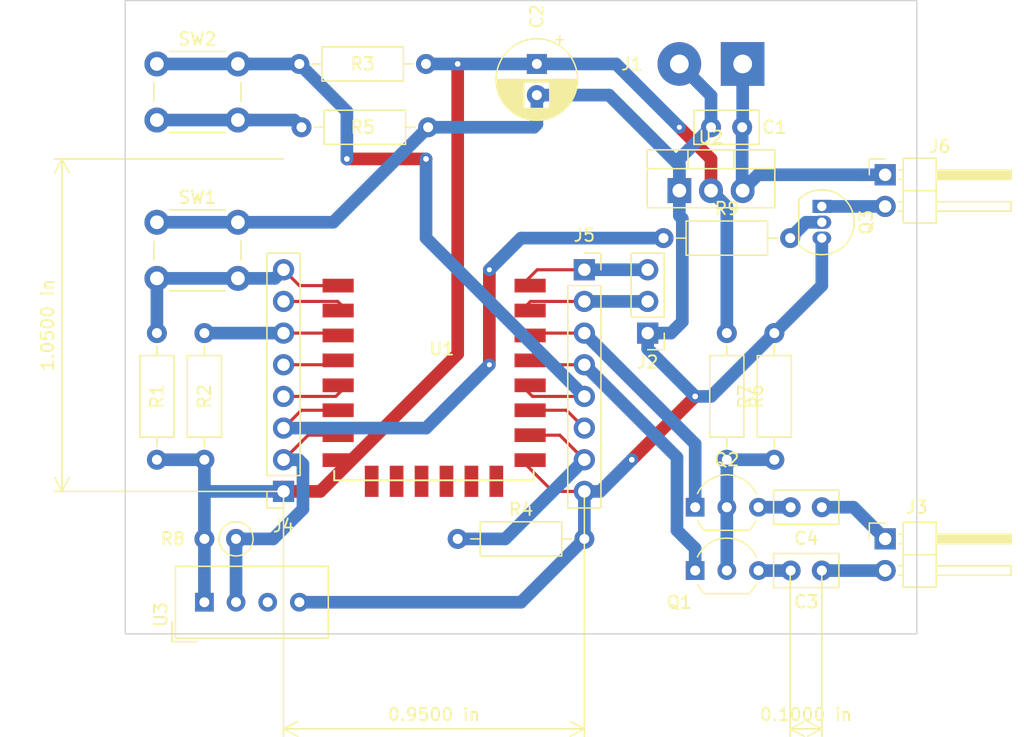
<source format=kicad_pcb>
(kicad_pcb (version 20171130) (host pcbnew "(5.1.5)-3")

  (general
    (thickness 1.6)
    (drawings 4)
    (tracks 143)
    (zones 0)
    (modules 27)
    (nets 33)
  )

  (page A4)
  (layers
    (0 F.Cu signal)
    (31 B.Cu signal)
    (32 B.Adhes user)
    (33 F.Adhes user)
    (34 B.Paste user)
    (35 F.Paste user)
    (36 B.SilkS user)
    (37 F.SilkS user)
    (38 B.Mask user)
    (39 F.Mask user)
    (40 Dwgs.User user)
    (41 Cmts.User user)
    (42 Eco1.User user)
    (43 Eco2.User user)
    (44 Edge.Cuts user)
    (45 Margin user)
    (46 B.CrtYd user)
    (47 F.CrtYd user)
    (48 B.Fab user)
    (49 F.Fab user)
  )

  (setup
    (last_trace_width 0.25)
    (user_trace_width 1.016)
    (trace_clearance 0.2)
    (zone_clearance 0.508)
    (zone_45_only no)
    (trace_min 0.2)
    (via_size 0.8)
    (via_drill 0.4)
    (via_min_size 0.4)
    (via_min_drill 0.3)
    (user_via 1.016 0.4572)
    (uvia_size 0.3)
    (uvia_drill 0.1)
    (uvias_allowed no)
    (uvia_min_size 0.2)
    (uvia_min_drill 0.1)
    (edge_width 0.05)
    (segment_width 0.2)
    (pcb_text_width 0.3)
    (pcb_text_size 1.5 1.5)
    (mod_edge_width 0.12)
    (mod_text_size 1 1)
    (mod_text_width 0.15)
    (pad_size 1.524 1.524)
    (pad_drill 0.762)
    (pad_to_mask_clearance 0.051)
    (solder_mask_min_width 0.25)
    (aux_axis_origin 0 0)
    (grid_origin 101.6 76.2)
    (visible_elements 7FFFFFFF)
    (pcbplotparams
      (layerselection 0x010fc_ffffffff)
      (usegerberextensions false)
      (usegerberattributes false)
      (usegerberadvancedattributes false)
      (creategerberjobfile false)
      (excludeedgelayer true)
      (linewidth 0.100000)
      (plotframeref false)
      (viasonmask false)
      (mode 1)
      (useauxorigin false)
      (hpglpennumber 1)
      (hpglpenspeed 20)
      (hpglpendiameter 15.000000)
      (psnegative false)
      (psa4output false)
      (plotreference true)
      (plotvalue true)
      (plotinvisibletext false)
      (padsonsilk false)
      (subtractmaskfromsilk false)
      (outputformat 1)
      (mirror false)
      (drillshape 1)
      (scaleselection 1)
      (outputdirectory ""))
  )

  (net 0 "")
  (net 1 "Net-(U1-Pad22)")
  (net 2 "Net-(U1-Pad21)")
  (net 3 "Net-(U1-Pad20)")
  (net 4 "Net-(U1-Pad19)")
  (net 5 "Net-(U1-Pad18)")
  (net 6 "Net-(U1-Pad17)")
  (net 7 GND)
  (net 8 +5V)
  (net 9 +3V3)
  (net 10 "Net-(C3-Pad2)")
  (net 11 "Net-(C3-Pad1)")
  (net 12 "Net-(C4-Pad2)")
  (net 13 "Net-(C4-Pad1)")
  (net 14 "Net-(Q1-Pad2)")
  (net 15 "Net-(R5-Pad1)")
  (net 16 /C9)
  (net 17 /C10)
  (net 18 /C1)
  (net 19 /C2)
  (net 20 /C3)
  (net 21 /C4)
  (net 22 /C5)
  (net 23 /C6)
  (net 24 /C7)
  (net 25 /C15)
  (net 26 /C14)
  (net 27 /C13)
  (net 28 /C12)
  (net 29 /C11)
  (net 30 "Net-(U3-Pad3)")
  (net 31 "Net-(J6-Pad2)")
  (net 32 "Net-(Q3-Pad2)")

  (net_class Default "This is the default net class."
    (clearance 0.2)
    (trace_width 0.25)
    (via_dia 0.8)
    (via_drill 0.4)
    (uvia_dia 0.3)
    (uvia_drill 0.1)
    (add_net +3V3)
    (add_net +5V)
    (add_net /C1)
    (add_net /C10)
    (add_net /C11)
    (add_net /C12)
    (add_net /C13)
    (add_net /C14)
    (add_net /C15)
    (add_net /C2)
    (add_net /C3)
    (add_net /C4)
    (add_net /C5)
    (add_net /C6)
    (add_net /C7)
    (add_net /C9)
    (add_net GND)
    (add_net "Net-(C3-Pad1)")
    (add_net "Net-(C3-Pad2)")
    (add_net "Net-(C4-Pad1)")
    (add_net "Net-(C4-Pad2)")
    (add_net "Net-(J6-Pad2)")
    (add_net "Net-(Q1-Pad2)")
    (add_net "Net-(Q3-Pad2)")
    (add_net "Net-(R5-Pad1)")
    (add_net "Net-(U1-Pad17)")
    (add_net "Net-(U1-Pad18)")
    (add_net "Net-(U1-Pad19)")
    (add_net "Net-(U1-Pad20)")
    (add_net "Net-(U1-Pad21)")
    (add_net "Net-(U1-Pad22)")
    (add_net "Net-(U3-Pad3)")
  )

  (module Package_TO_SOT_THT:TO-92_Inline (layer F.Cu) (tedit 5A1DD157) (tstamp 5E357329)
    (at 157.48 92.71 270)
    (descr "TO-92 leads in-line, narrow, oval pads, drill 0.75mm (see NXP sot054_po.pdf)")
    (tags "to-92 sc-43 sc-43a sot54 PA33 transistor")
    (path /5E412330)
    (fp_text reference Q3 (at 1.27 -3.56 90) (layer F.SilkS)
      (effects (font (size 1 1) (thickness 0.15)))
    )
    (fp_text value BC547 (at 1.27 2.79 90) (layer F.Fab)
      (effects (font (size 1 1) (thickness 0.15)))
    )
    (fp_arc (start 1.27 0) (end 1.27 -2.6) (angle 135) (layer F.SilkS) (width 0.12))
    (fp_arc (start 1.27 0) (end 1.27 -2.48) (angle -135) (layer F.Fab) (width 0.1))
    (fp_arc (start 1.27 0) (end 1.27 -2.6) (angle -135) (layer F.SilkS) (width 0.12))
    (fp_arc (start 1.27 0) (end 1.27 -2.48) (angle 135) (layer F.Fab) (width 0.1))
    (fp_line (start 4 2.01) (end -1.46 2.01) (layer F.CrtYd) (width 0.05))
    (fp_line (start 4 2.01) (end 4 -2.73) (layer F.CrtYd) (width 0.05))
    (fp_line (start -1.46 -2.73) (end -1.46 2.01) (layer F.CrtYd) (width 0.05))
    (fp_line (start -1.46 -2.73) (end 4 -2.73) (layer F.CrtYd) (width 0.05))
    (fp_line (start -0.5 1.75) (end 3 1.75) (layer F.Fab) (width 0.1))
    (fp_line (start -0.53 1.85) (end 3.07 1.85) (layer F.SilkS) (width 0.12))
    (fp_text user %R (at 1.27 -3.56 90) (layer F.Fab)
      (effects (font (size 1 1) (thickness 0.15)))
    )
    (pad 1 thru_hole rect (at 0 0 270) (size 1.05 1.5) (drill 0.75) (layers *.Cu *.Mask)
      (net 31 "Net-(J6-Pad2)"))
    (pad 3 thru_hole oval (at 2.54 0 270) (size 1.05 1.5) (drill 0.75) (layers *.Cu *.Mask)
      (net 7 GND))
    (pad 2 thru_hole oval (at 1.27 0 270) (size 1.05 1.5) (drill 0.75) (layers *.Cu *.Mask)
      (net 32 "Net-(Q3-Pad2)"))
    (model ${KISYS3DMOD}/Package_TO_SOT_THT.3dshapes/TO-92_Inline.wrl
      (at (xyz 0 0 0))
      (scale (xyz 1 1 1))
      (rotate (xyz 0 0 0))
    )
  )

  (module Connector_PinHeader_2.54mm:PinHeader_1x02_P2.54mm_Horizontal (layer F.Cu) (tedit 59FED5CB) (tstamp 5E3572CB)
    (at 162.56 90.17)
    (descr "Through hole angled pin header, 1x02, 2.54mm pitch, 6mm pin length, single row")
    (tags "Through hole angled pin header THT 1x02 2.54mm single row")
    (path /5E41876D)
    (fp_text reference J6 (at 4.385 -2.27) (layer F.SilkS)
      (effects (font (size 1 1) (thickness 0.15)))
    )
    (fp_text value Conn_01x02_Male (at 4.385 4.81) (layer F.Fab)
      (effects (font (size 1 1) (thickness 0.15)))
    )
    (fp_text user %R (at 2.77 1.27 90) (layer F.Fab)
      (effects (font (size 1 1) (thickness 0.15)))
    )
    (fp_line (start 10.55 -1.8) (end -1.8 -1.8) (layer F.CrtYd) (width 0.05))
    (fp_line (start 10.55 4.35) (end 10.55 -1.8) (layer F.CrtYd) (width 0.05))
    (fp_line (start -1.8 4.35) (end 10.55 4.35) (layer F.CrtYd) (width 0.05))
    (fp_line (start -1.8 -1.8) (end -1.8 4.35) (layer F.CrtYd) (width 0.05))
    (fp_line (start -1.27 -1.27) (end 0 -1.27) (layer F.SilkS) (width 0.12))
    (fp_line (start -1.27 0) (end -1.27 -1.27) (layer F.SilkS) (width 0.12))
    (fp_line (start 1.042929 2.92) (end 1.44 2.92) (layer F.SilkS) (width 0.12))
    (fp_line (start 1.042929 2.16) (end 1.44 2.16) (layer F.SilkS) (width 0.12))
    (fp_line (start 10.1 2.92) (end 4.1 2.92) (layer F.SilkS) (width 0.12))
    (fp_line (start 10.1 2.16) (end 10.1 2.92) (layer F.SilkS) (width 0.12))
    (fp_line (start 4.1 2.16) (end 10.1 2.16) (layer F.SilkS) (width 0.12))
    (fp_line (start 1.44 1.27) (end 4.1 1.27) (layer F.SilkS) (width 0.12))
    (fp_line (start 1.11 0.38) (end 1.44 0.38) (layer F.SilkS) (width 0.12))
    (fp_line (start 1.11 -0.38) (end 1.44 -0.38) (layer F.SilkS) (width 0.12))
    (fp_line (start 4.1 0.28) (end 10.1 0.28) (layer F.SilkS) (width 0.12))
    (fp_line (start 4.1 0.16) (end 10.1 0.16) (layer F.SilkS) (width 0.12))
    (fp_line (start 4.1 0.04) (end 10.1 0.04) (layer F.SilkS) (width 0.12))
    (fp_line (start 4.1 -0.08) (end 10.1 -0.08) (layer F.SilkS) (width 0.12))
    (fp_line (start 4.1 -0.2) (end 10.1 -0.2) (layer F.SilkS) (width 0.12))
    (fp_line (start 4.1 -0.32) (end 10.1 -0.32) (layer F.SilkS) (width 0.12))
    (fp_line (start 10.1 0.38) (end 4.1 0.38) (layer F.SilkS) (width 0.12))
    (fp_line (start 10.1 -0.38) (end 10.1 0.38) (layer F.SilkS) (width 0.12))
    (fp_line (start 4.1 -0.38) (end 10.1 -0.38) (layer F.SilkS) (width 0.12))
    (fp_line (start 4.1 -1.33) (end 1.44 -1.33) (layer F.SilkS) (width 0.12))
    (fp_line (start 4.1 3.87) (end 4.1 -1.33) (layer F.SilkS) (width 0.12))
    (fp_line (start 1.44 3.87) (end 4.1 3.87) (layer F.SilkS) (width 0.12))
    (fp_line (start 1.44 -1.33) (end 1.44 3.87) (layer F.SilkS) (width 0.12))
    (fp_line (start 4.04 2.86) (end 10.04 2.86) (layer F.Fab) (width 0.1))
    (fp_line (start 10.04 2.22) (end 10.04 2.86) (layer F.Fab) (width 0.1))
    (fp_line (start 4.04 2.22) (end 10.04 2.22) (layer F.Fab) (width 0.1))
    (fp_line (start -0.32 2.86) (end 1.5 2.86) (layer F.Fab) (width 0.1))
    (fp_line (start -0.32 2.22) (end -0.32 2.86) (layer F.Fab) (width 0.1))
    (fp_line (start -0.32 2.22) (end 1.5 2.22) (layer F.Fab) (width 0.1))
    (fp_line (start 4.04 0.32) (end 10.04 0.32) (layer F.Fab) (width 0.1))
    (fp_line (start 10.04 -0.32) (end 10.04 0.32) (layer F.Fab) (width 0.1))
    (fp_line (start 4.04 -0.32) (end 10.04 -0.32) (layer F.Fab) (width 0.1))
    (fp_line (start -0.32 0.32) (end 1.5 0.32) (layer F.Fab) (width 0.1))
    (fp_line (start -0.32 -0.32) (end -0.32 0.32) (layer F.Fab) (width 0.1))
    (fp_line (start -0.32 -0.32) (end 1.5 -0.32) (layer F.Fab) (width 0.1))
    (fp_line (start 1.5 -0.635) (end 2.135 -1.27) (layer F.Fab) (width 0.1))
    (fp_line (start 1.5 3.81) (end 1.5 -0.635) (layer F.Fab) (width 0.1))
    (fp_line (start 4.04 3.81) (end 1.5 3.81) (layer F.Fab) (width 0.1))
    (fp_line (start 4.04 -1.27) (end 4.04 3.81) (layer F.Fab) (width 0.1))
    (fp_line (start 2.135 -1.27) (end 4.04 -1.27) (layer F.Fab) (width 0.1))
    (pad 2 thru_hole oval (at 0 2.54) (size 1.7 1.7) (drill 1) (layers *.Cu *.Mask)
      (net 31 "Net-(J6-Pad2)"))
    (pad 1 thru_hole rect (at 0 0) (size 1.7 1.7) (drill 1) (layers *.Cu *.Mask)
      (net 8 +5V))
    (model ${KISYS3DMOD}/Connector_PinHeader_2.54mm.3dshapes/PinHeader_1x02_P2.54mm_Horizontal.wrl
      (at (xyz 0 0 0))
      (scale (xyz 1 1 1))
      (rotate (xyz 0 0 0))
    )
  )

  (module Resistor_THT:R_Axial_DIN0207_L6.3mm_D2.5mm_P2.54mm_Vertical (layer F.Cu) (tedit 5AE5139B) (tstamp 5E35583C)
    (at 110.49 119.38 180)
    (descr "Resistor, Axial_DIN0207 series, Axial, Vertical, pin pitch=2.54mm, 0.25W = 1/4W, length*diameter=6.3*2.5mm^2, http://cdn-reichelt.de/documents/datenblatt/B400/1_4W%23YAG.pdf")
    (tags "Resistor Axial_DIN0207 series Axial Vertical pin pitch 2.54mm 0.25W = 1/4W length 6.3mm diameter 2.5mm")
    (path /5E3FDCAD)
    (fp_text reference R8 (at 5.08 0) (layer F.SilkS)
      (effects (font (size 1 1) (thickness 0.15)))
    )
    (fp_text value 10k (at 1.27 2.37) (layer F.Fab)
      (effects (font (size 1 1) (thickness 0.15)))
    )
    (fp_text user %R (at 1.27 -2.37) (layer F.Fab)
      (effects (font (size 1 1) (thickness 0.15)))
    )
    (fp_line (start 3.59 -1.5) (end -1.5 -1.5) (layer F.CrtYd) (width 0.05))
    (fp_line (start 3.59 1.5) (end 3.59 -1.5) (layer F.CrtYd) (width 0.05))
    (fp_line (start -1.5 1.5) (end 3.59 1.5) (layer F.CrtYd) (width 0.05))
    (fp_line (start -1.5 -1.5) (end -1.5 1.5) (layer F.CrtYd) (width 0.05))
    (fp_line (start 1.37 0) (end 1.44 0) (layer F.SilkS) (width 0.12))
    (fp_line (start 0 0) (end 2.54 0) (layer F.Fab) (width 0.1))
    (fp_circle (center 0 0) (end 1.37 0) (layer F.SilkS) (width 0.12))
    (fp_circle (center 0 0) (end 1.25 0) (layer F.Fab) (width 0.1))
    (pad 2 thru_hole oval (at 2.54 0 180) (size 1.6 1.6) (drill 0.8) (layers *.Cu *.Mask)
      (net 9 +3V3))
    (pad 1 thru_hole circle (at 0 0 180) (size 1.6 1.6) (drill 0.8) (layers *.Cu *.Mask)
      (net 24 /C7))
    (model ${KISYS3DMOD}/Resistor_THT.3dshapes/R_Axial_DIN0207_L6.3mm_D2.5mm_P2.54mm_Vertical.wrl
      (at (xyz 0 0 0))
      (scale (xyz 1 1 1))
      (rotate (xyz 0 0 0))
    )
  )

  (module Sensor:Aosong_DHT11_5.5x12.0_P2.54mm (layer F.Cu) (tedit 5C4B60CF) (tstamp 5E353628)
    (at 107.95 124.46 90)
    (descr "Temperature and humidity module, http://akizukidenshi.com/download/ds/aosong/DHT11.pdf")
    (tags "Temperature and humidity module")
    (path /5E3F5AE8)
    (fp_text reference U3 (at -1 -3.5 90) (layer F.SilkS)
      (effects (font (size 1 1) (thickness 0.15)))
    )
    (fp_text value DHT11 (at 0 11.3 90) (layer F.Fab)
      (effects (font (size 1 1) (thickness 0.15)))
    )
    (fp_line (start -3.16 -2.6) (end -1.55 -2.6) (layer F.SilkS) (width 0.12))
    (fp_line (start -3.16 -2.6) (end -3.16 -0.6) (layer F.SilkS) (width 0.12))
    (fp_line (start -2.75 -1.19) (end -1.75 -2.19) (layer F.Fab) (width 0.1))
    (fp_line (start -3 10.06) (end -3 -2.44) (layer F.CrtYd) (width 0.05))
    (fp_line (start 3 10.06) (end -3 10.06) (layer F.CrtYd) (width 0.05))
    (fp_line (start 3 -2.44) (end 3 10.06) (layer F.CrtYd) (width 0.05))
    (fp_line (start -3 -2.44) (end 3 -2.44) (layer F.CrtYd) (width 0.05))
    (fp_text user %R (at 0 3.81 90) (layer F.Fab)
      (effects (font (size 1 1) (thickness 0.15)))
    )
    (fp_line (start -2.88 9.94) (end -2.88 -2.31) (layer F.SilkS) (width 0.12))
    (fp_line (start 2.88 9.94) (end -2.88 9.94) (layer F.SilkS) (width 0.12))
    (fp_line (start 2.88 -2.32) (end 2.88 9.94) (layer F.SilkS) (width 0.12))
    (fp_line (start -2.87 -2.32) (end 2.87 -2.32) (layer F.SilkS) (width 0.12))
    (fp_line (start -2.75 -1.19) (end -2.75 9.81) (layer F.Fab) (width 0.1))
    (fp_line (start 2.75 9.81) (end -2.75 9.81) (layer F.Fab) (width 0.1))
    (fp_line (start 2.75 -2.19) (end 2.75 9.81) (layer F.Fab) (width 0.1))
    (fp_line (start -1.75 -2.19) (end 2.75 -2.19) (layer F.Fab) (width 0.1))
    (pad 4 thru_hole circle (at 0 7.62 90) (size 1.5 1.5) (drill 0.8) (layers *.Cu *.Mask)
      (net 7 GND))
    (pad 3 thru_hole circle (at 0 5.08 90) (size 1.5 1.5) (drill 0.8) (layers *.Cu *.Mask)
      (net 30 "Net-(U3-Pad3)"))
    (pad 2 thru_hole circle (at 0 2.54 90) (size 1.5 1.5) (drill 0.8) (layers *.Cu *.Mask)
      (net 24 /C7))
    (pad 1 thru_hole rect (at 0 0 90) (size 1.5 1.5) (drill 0.8) (layers *.Cu *.Mask)
      (net 9 +3V3))
    (model ${KISYS3DMOD}/Sensor.3dshapes/Aosong_DHT11_5.5x12.0_P2.54mm.wrl
      (at (xyz 0 0 0))
      (scale (xyz 1 1 1))
      (rotate (xyz 0 0 0))
    )
  )

  (module Capacitor_THT:C_Disc_D5.0mm_W2.5mm_P2.50mm (layer F.Cu) (tedit 5AE50EF0) (tstamp 5E35778C)
    (at 151.09 86.36 180)
    (descr "C, Disc series, Radial, pin pitch=2.50mm, , diameter*width=5*2.5mm^2, Capacitor, http://cdn-reichelt.de/documents/datenblatt/B300/DS_KERKO_TC.pdf")
    (tags "C Disc series Radial pin pitch 2.50mm  diameter 5mm width 2.5mm Capacitor")
    (path /5E3631D5)
    (fp_text reference C1 (at -2.58 0) (layer F.SilkS)
      (effects (font (size 1 1) (thickness 0.15)))
    )
    (fp_text value 100n (at 6.31 0) (layer F.Fab)
      (effects (font (size 1 1) (thickness 0.15)))
    )
    (fp_line (start 4 -1.5) (end -1.5 -1.5) (layer F.CrtYd) (width 0.05))
    (fp_line (start 4 1.5) (end 4 -1.5) (layer F.CrtYd) (width 0.05))
    (fp_line (start -1.5 1.5) (end 4 1.5) (layer F.CrtYd) (width 0.05))
    (fp_line (start -1.5 -1.5) (end -1.5 1.5) (layer F.CrtYd) (width 0.05))
    (fp_line (start 3.87 -1.37) (end 3.87 1.37) (layer F.SilkS) (width 0.12))
    (fp_line (start -1.37 -1.37) (end -1.37 1.37) (layer F.SilkS) (width 0.12))
    (fp_line (start -1.37 1.37) (end 3.87 1.37) (layer F.SilkS) (width 0.12))
    (fp_line (start -1.37 -1.37) (end 3.87 -1.37) (layer F.SilkS) (width 0.12))
    (fp_line (start 3.75 -1.25) (end -1.25 -1.25) (layer F.Fab) (width 0.1))
    (fp_line (start 3.75 1.25) (end 3.75 -1.25) (layer F.Fab) (width 0.1))
    (fp_line (start -1.25 1.25) (end 3.75 1.25) (layer F.Fab) (width 0.1))
    (fp_line (start -1.25 -1.25) (end -1.25 1.25) (layer F.Fab) (width 0.1))
    (pad 2 thru_hole circle (at 2.5 0 180) (size 1.6 1.6) (drill 0.8) (layers *.Cu *.Mask)
      (net 7 GND))
    (pad 1 thru_hole circle (at 0 0 180) (size 1.6 1.6) (drill 0.8) (layers *.Cu *.Mask)
      (net 8 +5V))
    (model ${KISYS3DMOD}/Capacitor_THT.3dshapes/C_Disc_D5.0mm_W2.5mm_P2.50mm.wrl
      (at (xyz 0 0 0))
      (scale (xyz 1 1 1))
      (rotate (xyz 0 0 0))
    )
  )

  (module Connector_Wire:SolderWirePad_1x02_P5.08mm_Drill1.5mm (layer F.Cu) (tedit 5AEE5F19) (tstamp 5E357767)
    (at 151.13 81.28 180)
    (descr "Wire solder connection")
    (tags connector)
    (path /5E35D63C)
    (attr virtual)
    (fp_text reference J1 (at 8.89 0) (layer F.SilkS)
      (effects (font (size 1 1) (thickness 0.15)))
    )
    (fp_text value Conn_02x01 (at 2.54 3.81) (layer F.Fab)
      (effects (font (size 1 1) (thickness 0.15)))
    )
    (fp_line (start 7.33 2.25) (end -2.25 2.25) (layer F.CrtYd) (width 0.05))
    (fp_line (start 7.33 2.25) (end 7.33 -2.25) (layer F.CrtYd) (width 0.05))
    (fp_line (start -2.25 -2.25) (end -2.25 2.25) (layer F.CrtYd) (width 0.05))
    (fp_line (start -2.25 -2.25) (end 7.33 -2.25) (layer F.CrtYd) (width 0.05))
    (fp_text user %R (at 8.89 0) (layer F.Fab)
      (effects (font (size 1 1) (thickness 0.15)))
    )
    (pad 2 thru_hole circle (at 5.08 0 180) (size 3.50012 3.50012) (drill 1.50114) (layers *.Cu *.Mask)
      (net 7 GND))
    (pad 1 thru_hole rect (at 0 0 180) (size 3.50012 3.50012) (drill 1.50114) (layers *.Cu *.Mask)
      (net 8 +5V))
  )

  (module Capacitor_THT:CP_Radial_D6.3mm_P2.50mm (layer F.Cu) (tedit 5AE50EF0) (tstamp 5E352762)
    (at 134.62 81.28 270)
    (descr "CP, Radial series, Radial, pin pitch=2.50mm, , diameter=6.3mm, Electrolytic Capacitor")
    (tags "CP Radial series Radial pin pitch 2.50mm  diameter 6.3mm Electrolytic Capacitor")
    (path /5E36593F)
    (fp_text reference C2 (at -3.81 0 90) (layer F.SilkS)
      (effects (font (size 1 1) (thickness 0.15)))
    )
    (fp_text value 100u (at 1.25 4.4 90) (layer F.Fab)
      (effects (font (size 1 1) (thickness 0.15)))
    )
    (fp_text user %R (at 1.25 0 90) (layer F.Fab)
      (effects (font (size 1 1) (thickness 0.15)))
    )
    (fp_line (start -1.935241 -2.154) (end -1.935241 -1.524) (layer F.SilkS) (width 0.12))
    (fp_line (start -2.250241 -1.839) (end -1.620241 -1.839) (layer F.SilkS) (width 0.12))
    (fp_line (start 4.491 -0.402) (end 4.491 0.402) (layer F.SilkS) (width 0.12))
    (fp_line (start 4.451 -0.633) (end 4.451 0.633) (layer F.SilkS) (width 0.12))
    (fp_line (start 4.411 -0.802) (end 4.411 0.802) (layer F.SilkS) (width 0.12))
    (fp_line (start 4.371 -0.94) (end 4.371 0.94) (layer F.SilkS) (width 0.12))
    (fp_line (start 4.331 -1.059) (end 4.331 1.059) (layer F.SilkS) (width 0.12))
    (fp_line (start 4.291 -1.165) (end 4.291 1.165) (layer F.SilkS) (width 0.12))
    (fp_line (start 4.251 -1.262) (end 4.251 1.262) (layer F.SilkS) (width 0.12))
    (fp_line (start 4.211 -1.35) (end 4.211 1.35) (layer F.SilkS) (width 0.12))
    (fp_line (start 4.171 -1.432) (end 4.171 1.432) (layer F.SilkS) (width 0.12))
    (fp_line (start 4.131 -1.509) (end 4.131 1.509) (layer F.SilkS) (width 0.12))
    (fp_line (start 4.091 -1.581) (end 4.091 1.581) (layer F.SilkS) (width 0.12))
    (fp_line (start 4.051 -1.65) (end 4.051 1.65) (layer F.SilkS) (width 0.12))
    (fp_line (start 4.011 -1.714) (end 4.011 1.714) (layer F.SilkS) (width 0.12))
    (fp_line (start 3.971 -1.776) (end 3.971 1.776) (layer F.SilkS) (width 0.12))
    (fp_line (start 3.931 -1.834) (end 3.931 1.834) (layer F.SilkS) (width 0.12))
    (fp_line (start 3.891 -1.89) (end 3.891 1.89) (layer F.SilkS) (width 0.12))
    (fp_line (start 3.851 -1.944) (end 3.851 1.944) (layer F.SilkS) (width 0.12))
    (fp_line (start 3.811 -1.995) (end 3.811 1.995) (layer F.SilkS) (width 0.12))
    (fp_line (start 3.771 -2.044) (end 3.771 2.044) (layer F.SilkS) (width 0.12))
    (fp_line (start 3.731 -2.092) (end 3.731 2.092) (layer F.SilkS) (width 0.12))
    (fp_line (start 3.691 -2.137) (end 3.691 2.137) (layer F.SilkS) (width 0.12))
    (fp_line (start 3.651 -2.182) (end 3.651 2.182) (layer F.SilkS) (width 0.12))
    (fp_line (start 3.611 -2.224) (end 3.611 2.224) (layer F.SilkS) (width 0.12))
    (fp_line (start 3.571 -2.265) (end 3.571 2.265) (layer F.SilkS) (width 0.12))
    (fp_line (start 3.531 1.04) (end 3.531 2.305) (layer F.SilkS) (width 0.12))
    (fp_line (start 3.531 -2.305) (end 3.531 -1.04) (layer F.SilkS) (width 0.12))
    (fp_line (start 3.491 1.04) (end 3.491 2.343) (layer F.SilkS) (width 0.12))
    (fp_line (start 3.491 -2.343) (end 3.491 -1.04) (layer F.SilkS) (width 0.12))
    (fp_line (start 3.451 1.04) (end 3.451 2.38) (layer F.SilkS) (width 0.12))
    (fp_line (start 3.451 -2.38) (end 3.451 -1.04) (layer F.SilkS) (width 0.12))
    (fp_line (start 3.411 1.04) (end 3.411 2.416) (layer F.SilkS) (width 0.12))
    (fp_line (start 3.411 -2.416) (end 3.411 -1.04) (layer F.SilkS) (width 0.12))
    (fp_line (start 3.371 1.04) (end 3.371 2.45) (layer F.SilkS) (width 0.12))
    (fp_line (start 3.371 -2.45) (end 3.371 -1.04) (layer F.SilkS) (width 0.12))
    (fp_line (start 3.331 1.04) (end 3.331 2.484) (layer F.SilkS) (width 0.12))
    (fp_line (start 3.331 -2.484) (end 3.331 -1.04) (layer F.SilkS) (width 0.12))
    (fp_line (start 3.291 1.04) (end 3.291 2.516) (layer F.SilkS) (width 0.12))
    (fp_line (start 3.291 -2.516) (end 3.291 -1.04) (layer F.SilkS) (width 0.12))
    (fp_line (start 3.251 1.04) (end 3.251 2.548) (layer F.SilkS) (width 0.12))
    (fp_line (start 3.251 -2.548) (end 3.251 -1.04) (layer F.SilkS) (width 0.12))
    (fp_line (start 3.211 1.04) (end 3.211 2.578) (layer F.SilkS) (width 0.12))
    (fp_line (start 3.211 -2.578) (end 3.211 -1.04) (layer F.SilkS) (width 0.12))
    (fp_line (start 3.171 1.04) (end 3.171 2.607) (layer F.SilkS) (width 0.12))
    (fp_line (start 3.171 -2.607) (end 3.171 -1.04) (layer F.SilkS) (width 0.12))
    (fp_line (start 3.131 1.04) (end 3.131 2.636) (layer F.SilkS) (width 0.12))
    (fp_line (start 3.131 -2.636) (end 3.131 -1.04) (layer F.SilkS) (width 0.12))
    (fp_line (start 3.091 1.04) (end 3.091 2.664) (layer F.SilkS) (width 0.12))
    (fp_line (start 3.091 -2.664) (end 3.091 -1.04) (layer F.SilkS) (width 0.12))
    (fp_line (start 3.051 1.04) (end 3.051 2.69) (layer F.SilkS) (width 0.12))
    (fp_line (start 3.051 -2.69) (end 3.051 -1.04) (layer F.SilkS) (width 0.12))
    (fp_line (start 3.011 1.04) (end 3.011 2.716) (layer F.SilkS) (width 0.12))
    (fp_line (start 3.011 -2.716) (end 3.011 -1.04) (layer F.SilkS) (width 0.12))
    (fp_line (start 2.971 1.04) (end 2.971 2.742) (layer F.SilkS) (width 0.12))
    (fp_line (start 2.971 -2.742) (end 2.971 -1.04) (layer F.SilkS) (width 0.12))
    (fp_line (start 2.931 1.04) (end 2.931 2.766) (layer F.SilkS) (width 0.12))
    (fp_line (start 2.931 -2.766) (end 2.931 -1.04) (layer F.SilkS) (width 0.12))
    (fp_line (start 2.891 1.04) (end 2.891 2.79) (layer F.SilkS) (width 0.12))
    (fp_line (start 2.891 -2.79) (end 2.891 -1.04) (layer F.SilkS) (width 0.12))
    (fp_line (start 2.851 1.04) (end 2.851 2.812) (layer F.SilkS) (width 0.12))
    (fp_line (start 2.851 -2.812) (end 2.851 -1.04) (layer F.SilkS) (width 0.12))
    (fp_line (start 2.811 1.04) (end 2.811 2.834) (layer F.SilkS) (width 0.12))
    (fp_line (start 2.811 -2.834) (end 2.811 -1.04) (layer F.SilkS) (width 0.12))
    (fp_line (start 2.771 1.04) (end 2.771 2.856) (layer F.SilkS) (width 0.12))
    (fp_line (start 2.771 -2.856) (end 2.771 -1.04) (layer F.SilkS) (width 0.12))
    (fp_line (start 2.731 1.04) (end 2.731 2.876) (layer F.SilkS) (width 0.12))
    (fp_line (start 2.731 -2.876) (end 2.731 -1.04) (layer F.SilkS) (width 0.12))
    (fp_line (start 2.691 1.04) (end 2.691 2.896) (layer F.SilkS) (width 0.12))
    (fp_line (start 2.691 -2.896) (end 2.691 -1.04) (layer F.SilkS) (width 0.12))
    (fp_line (start 2.651 1.04) (end 2.651 2.916) (layer F.SilkS) (width 0.12))
    (fp_line (start 2.651 -2.916) (end 2.651 -1.04) (layer F.SilkS) (width 0.12))
    (fp_line (start 2.611 1.04) (end 2.611 2.934) (layer F.SilkS) (width 0.12))
    (fp_line (start 2.611 -2.934) (end 2.611 -1.04) (layer F.SilkS) (width 0.12))
    (fp_line (start 2.571 1.04) (end 2.571 2.952) (layer F.SilkS) (width 0.12))
    (fp_line (start 2.571 -2.952) (end 2.571 -1.04) (layer F.SilkS) (width 0.12))
    (fp_line (start 2.531 1.04) (end 2.531 2.97) (layer F.SilkS) (width 0.12))
    (fp_line (start 2.531 -2.97) (end 2.531 -1.04) (layer F.SilkS) (width 0.12))
    (fp_line (start 2.491 1.04) (end 2.491 2.986) (layer F.SilkS) (width 0.12))
    (fp_line (start 2.491 -2.986) (end 2.491 -1.04) (layer F.SilkS) (width 0.12))
    (fp_line (start 2.451 1.04) (end 2.451 3.002) (layer F.SilkS) (width 0.12))
    (fp_line (start 2.451 -3.002) (end 2.451 -1.04) (layer F.SilkS) (width 0.12))
    (fp_line (start 2.411 1.04) (end 2.411 3.018) (layer F.SilkS) (width 0.12))
    (fp_line (start 2.411 -3.018) (end 2.411 -1.04) (layer F.SilkS) (width 0.12))
    (fp_line (start 2.371 1.04) (end 2.371 3.033) (layer F.SilkS) (width 0.12))
    (fp_line (start 2.371 -3.033) (end 2.371 -1.04) (layer F.SilkS) (width 0.12))
    (fp_line (start 2.331 1.04) (end 2.331 3.047) (layer F.SilkS) (width 0.12))
    (fp_line (start 2.331 -3.047) (end 2.331 -1.04) (layer F.SilkS) (width 0.12))
    (fp_line (start 2.291 1.04) (end 2.291 3.061) (layer F.SilkS) (width 0.12))
    (fp_line (start 2.291 -3.061) (end 2.291 -1.04) (layer F.SilkS) (width 0.12))
    (fp_line (start 2.251 1.04) (end 2.251 3.074) (layer F.SilkS) (width 0.12))
    (fp_line (start 2.251 -3.074) (end 2.251 -1.04) (layer F.SilkS) (width 0.12))
    (fp_line (start 2.211 1.04) (end 2.211 3.086) (layer F.SilkS) (width 0.12))
    (fp_line (start 2.211 -3.086) (end 2.211 -1.04) (layer F.SilkS) (width 0.12))
    (fp_line (start 2.171 1.04) (end 2.171 3.098) (layer F.SilkS) (width 0.12))
    (fp_line (start 2.171 -3.098) (end 2.171 -1.04) (layer F.SilkS) (width 0.12))
    (fp_line (start 2.131 1.04) (end 2.131 3.11) (layer F.SilkS) (width 0.12))
    (fp_line (start 2.131 -3.11) (end 2.131 -1.04) (layer F.SilkS) (width 0.12))
    (fp_line (start 2.091 1.04) (end 2.091 3.121) (layer F.SilkS) (width 0.12))
    (fp_line (start 2.091 -3.121) (end 2.091 -1.04) (layer F.SilkS) (width 0.12))
    (fp_line (start 2.051 1.04) (end 2.051 3.131) (layer F.SilkS) (width 0.12))
    (fp_line (start 2.051 -3.131) (end 2.051 -1.04) (layer F.SilkS) (width 0.12))
    (fp_line (start 2.011 1.04) (end 2.011 3.141) (layer F.SilkS) (width 0.12))
    (fp_line (start 2.011 -3.141) (end 2.011 -1.04) (layer F.SilkS) (width 0.12))
    (fp_line (start 1.971 1.04) (end 1.971 3.15) (layer F.SilkS) (width 0.12))
    (fp_line (start 1.971 -3.15) (end 1.971 -1.04) (layer F.SilkS) (width 0.12))
    (fp_line (start 1.93 1.04) (end 1.93 3.159) (layer F.SilkS) (width 0.12))
    (fp_line (start 1.93 -3.159) (end 1.93 -1.04) (layer F.SilkS) (width 0.12))
    (fp_line (start 1.89 1.04) (end 1.89 3.167) (layer F.SilkS) (width 0.12))
    (fp_line (start 1.89 -3.167) (end 1.89 -1.04) (layer F.SilkS) (width 0.12))
    (fp_line (start 1.85 1.04) (end 1.85 3.175) (layer F.SilkS) (width 0.12))
    (fp_line (start 1.85 -3.175) (end 1.85 -1.04) (layer F.SilkS) (width 0.12))
    (fp_line (start 1.81 1.04) (end 1.81 3.182) (layer F.SilkS) (width 0.12))
    (fp_line (start 1.81 -3.182) (end 1.81 -1.04) (layer F.SilkS) (width 0.12))
    (fp_line (start 1.77 1.04) (end 1.77 3.189) (layer F.SilkS) (width 0.12))
    (fp_line (start 1.77 -3.189) (end 1.77 -1.04) (layer F.SilkS) (width 0.12))
    (fp_line (start 1.73 1.04) (end 1.73 3.195) (layer F.SilkS) (width 0.12))
    (fp_line (start 1.73 -3.195) (end 1.73 -1.04) (layer F.SilkS) (width 0.12))
    (fp_line (start 1.69 1.04) (end 1.69 3.201) (layer F.SilkS) (width 0.12))
    (fp_line (start 1.69 -3.201) (end 1.69 -1.04) (layer F.SilkS) (width 0.12))
    (fp_line (start 1.65 1.04) (end 1.65 3.206) (layer F.SilkS) (width 0.12))
    (fp_line (start 1.65 -3.206) (end 1.65 -1.04) (layer F.SilkS) (width 0.12))
    (fp_line (start 1.61 1.04) (end 1.61 3.211) (layer F.SilkS) (width 0.12))
    (fp_line (start 1.61 -3.211) (end 1.61 -1.04) (layer F.SilkS) (width 0.12))
    (fp_line (start 1.57 1.04) (end 1.57 3.215) (layer F.SilkS) (width 0.12))
    (fp_line (start 1.57 -3.215) (end 1.57 -1.04) (layer F.SilkS) (width 0.12))
    (fp_line (start 1.53 1.04) (end 1.53 3.218) (layer F.SilkS) (width 0.12))
    (fp_line (start 1.53 -3.218) (end 1.53 -1.04) (layer F.SilkS) (width 0.12))
    (fp_line (start 1.49 1.04) (end 1.49 3.222) (layer F.SilkS) (width 0.12))
    (fp_line (start 1.49 -3.222) (end 1.49 -1.04) (layer F.SilkS) (width 0.12))
    (fp_line (start 1.45 -3.224) (end 1.45 3.224) (layer F.SilkS) (width 0.12))
    (fp_line (start 1.41 -3.227) (end 1.41 3.227) (layer F.SilkS) (width 0.12))
    (fp_line (start 1.37 -3.228) (end 1.37 3.228) (layer F.SilkS) (width 0.12))
    (fp_line (start 1.33 -3.23) (end 1.33 3.23) (layer F.SilkS) (width 0.12))
    (fp_line (start 1.29 -3.23) (end 1.29 3.23) (layer F.SilkS) (width 0.12))
    (fp_line (start 1.25 -3.23) (end 1.25 3.23) (layer F.SilkS) (width 0.12))
    (fp_line (start -1.128972 -1.6885) (end -1.128972 -1.0585) (layer F.Fab) (width 0.1))
    (fp_line (start -1.443972 -1.3735) (end -0.813972 -1.3735) (layer F.Fab) (width 0.1))
    (fp_circle (center 1.25 0) (end 4.65 0) (layer F.CrtYd) (width 0.05))
    (fp_circle (center 1.25 0) (end 4.52 0) (layer F.SilkS) (width 0.12))
    (fp_circle (center 1.25 0) (end 4.4 0) (layer F.Fab) (width 0.1))
    (pad 2 thru_hole circle (at 2.5 0 270) (size 1.6 1.6) (drill 0.8) (layers *.Cu *.Mask)
      (net 7 GND))
    (pad 1 thru_hole rect (at 0 0 270) (size 1.6 1.6) (drill 0.8) (layers *.Cu *.Mask)
      (net 9 +3V3))
    (model ${KISYS3DMOD}/Capacitor_THT.3dshapes/CP_Radial_D6.3mm_P2.50mm.wrl
      (at (xyz 0 0 0))
      (scale (xyz 1 1 1))
      (rotate (xyz 0 0 0))
    )
  )

  (module Connector_PinSocket_2.54mm:PinSocket_1x08_P2.54mm_Vertical (layer F.Cu) (tedit 5A19A420) (tstamp 5E351557)
    (at 138.43 97.79)
    (descr "Through hole straight socket strip, 1x08, 2.54mm pitch, single row (from Kicad 4.0.7), script generated")
    (tags "Through hole socket strip THT 1x08 2.54mm single row")
    (path /5E3D6EE0)
    (fp_text reference J5 (at 0 -2.77) (layer F.SilkS)
      (effects (font (size 1 1) (thickness 0.15)))
    )
    (fp_text value Conn_01x08 (at 2.54 15.24 90) (layer F.Fab)
      (effects (font (size 1 1) (thickness 0.15)))
    )
    (fp_text user %R (at 0 8.89 90) (layer F.Fab)
      (effects (font (size 1 1) (thickness 0.15)))
    )
    (fp_line (start -1.8 19.55) (end -1.8 -1.8) (layer F.CrtYd) (width 0.05))
    (fp_line (start 1.75 19.55) (end -1.8 19.55) (layer F.CrtYd) (width 0.05))
    (fp_line (start 1.75 -1.8) (end 1.75 19.55) (layer F.CrtYd) (width 0.05))
    (fp_line (start -1.8 -1.8) (end 1.75 -1.8) (layer F.CrtYd) (width 0.05))
    (fp_line (start 0 -1.33) (end 1.33 -1.33) (layer F.SilkS) (width 0.12))
    (fp_line (start 1.33 -1.33) (end 1.33 0) (layer F.SilkS) (width 0.12))
    (fp_line (start 1.33 1.27) (end 1.33 19.11) (layer F.SilkS) (width 0.12))
    (fp_line (start -1.33 19.11) (end 1.33 19.11) (layer F.SilkS) (width 0.12))
    (fp_line (start -1.33 1.27) (end -1.33 19.11) (layer F.SilkS) (width 0.12))
    (fp_line (start -1.33 1.27) (end 1.33 1.27) (layer F.SilkS) (width 0.12))
    (fp_line (start -1.27 19.05) (end -1.27 -1.27) (layer F.Fab) (width 0.1))
    (fp_line (start 1.27 19.05) (end -1.27 19.05) (layer F.Fab) (width 0.1))
    (fp_line (start 1.27 -0.635) (end 1.27 19.05) (layer F.Fab) (width 0.1))
    (fp_line (start 0.635 -1.27) (end 1.27 -0.635) (layer F.Fab) (width 0.1))
    (fp_line (start -1.27 -1.27) (end 0.635 -1.27) (layer F.Fab) (width 0.1))
    (pad 8 thru_hole oval (at 0 17.78) (size 1.7 1.7) (drill 1) (layers *.Cu *.Mask)
      (net 7 GND))
    (pad 7 thru_hole oval (at 0 15.24) (size 1.7 1.7) (drill 1) (layers *.Cu *.Mask)
      (net 25 /C15))
    (pad 6 thru_hole oval (at 0 12.7) (size 1.7 1.7) (drill 1) (layers *.Cu *.Mask)
      (net 26 /C14))
    (pad 5 thru_hole oval (at 0 10.16) (size 1.7 1.7) (drill 1) (layers *.Cu *.Mask)
      (net 27 /C13))
    (pad 4 thru_hole oval (at 0 7.62) (size 1.7 1.7) (drill 1) (layers *.Cu *.Mask)
      (net 28 /C12))
    (pad 3 thru_hole oval (at 0 5.08) (size 1.7 1.7) (drill 1) (layers *.Cu *.Mask)
      (net 29 /C11))
    (pad 2 thru_hole oval (at 0 2.54) (size 1.7 1.7) (drill 1) (layers *.Cu *.Mask)
      (net 17 /C10))
    (pad 1 thru_hole rect (at 0 0) (size 1.7 1.7) (drill 1) (layers *.Cu *.Mask)
      (net 16 /C9))
    (model ${KISYS3DMOD}/Connector_PinSocket_2.54mm.3dshapes/PinSocket_1x08_P2.54mm_Vertical.wrl
      (at (xyz 0 0 0))
      (scale (xyz 1 1 1))
      (rotate (xyz 0 0 0))
    )
  )

  (module Connector_PinSocket_2.54mm:PinSocket_1x08_P2.54mm_Vertical (layer F.Cu) (tedit 5A19A420) (tstamp 5E35153B)
    (at 114.3 115.57 180)
    (descr "Through hole straight socket strip, 1x08, 2.54mm pitch, single row (from Kicad 4.0.7), script generated")
    (tags "Through hole socket strip THT 1x08 2.54mm single row")
    (path /5E3D34FA)
    (fp_text reference J4 (at 0 -2.77) (layer F.SilkS)
      (effects (font (size 1 1) (thickness 0.15)))
    )
    (fp_text value Conn_01x08 (at 0 20.55) (layer F.Fab)
      (effects (font (size 1 1) (thickness 0.15)))
    )
    (fp_text user %R (at 0 8.89 90) (layer F.Fab)
      (effects (font (size 1 1) (thickness 0.15)))
    )
    (fp_line (start -1.8 19.55) (end -1.8 -1.8) (layer F.CrtYd) (width 0.05))
    (fp_line (start 1.75 19.55) (end -1.8 19.55) (layer F.CrtYd) (width 0.05))
    (fp_line (start 1.75 -1.8) (end 1.75 19.55) (layer F.CrtYd) (width 0.05))
    (fp_line (start -1.8 -1.8) (end 1.75 -1.8) (layer F.CrtYd) (width 0.05))
    (fp_line (start 0 -1.33) (end 1.33 -1.33) (layer F.SilkS) (width 0.12))
    (fp_line (start 1.33 -1.33) (end 1.33 0) (layer F.SilkS) (width 0.12))
    (fp_line (start 1.33 1.27) (end 1.33 19.11) (layer F.SilkS) (width 0.12))
    (fp_line (start -1.33 19.11) (end 1.33 19.11) (layer F.SilkS) (width 0.12))
    (fp_line (start -1.33 1.27) (end -1.33 19.11) (layer F.SilkS) (width 0.12))
    (fp_line (start -1.33 1.27) (end 1.33 1.27) (layer F.SilkS) (width 0.12))
    (fp_line (start -1.27 19.05) (end -1.27 -1.27) (layer F.Fab) (width 0.1))
    (fp_line (start 1.27 19.05) (end -1.27 19.05) (layer F.Fab) (width 0.1))
    (fp_line (start 1.27 -0.635) (end 1.27 19.05) (layer F.Fab) (width 0.1))
    (fp_line (start 0.635 -1.27) (end 1.27 -0.635) (layer F.Fab) (width 0.1))
    (fp_line (start -1.27 -1.27) (end 0.635 -1.27) (layer F.Fab) (width 0.1))
    (pad 8 thru_hole oval (at 0 17.78 180) (size 1.7 1.7) (drill 1) (layers *.Cu *.Mask)
      (net 18 /C1))
    (pad 7 thru_hole oval (at 0 15.24 180) (size 1.7 1.7) (drill 1) (layers *.Cu *.Mask)
      (net 19 /C2))
    (pad 6 thru_hole oval (at 0 12.7 180) (size 1.7 1.7) (drill 1) (layers *.Cu *.Mask)
      (net 20 /C3))
    (pad 5 thru_hole oval (at 0 10.16 180) (size 1.7 1.7) (drill 1) (layers *.Cu *.Mask)
      (net 21 /C4))
    (pad 4 thru_hole oval (at 0 7.62 180) (size 1.7 1.7) (drill 1) (layers *.Cu *.Mask)
      (net 22 /C5))
    (pad 3 thru_hole oval (at 0 5.08 180) (size 1.7 1.7) (drill 1) (layers *.Cu *.Mask)
      (net 23 /C6))
    (pad 2 thru_hole oval (at 0 2.54 180) (size 1.7 1.7) (drill 1) (layers *.Cu *.Mask)
      (net 24 /C7))
    (pad 1 thru_hole rect (at 0 0 180) (size 1.7 1.7) (drill 1) (layers *.Cu *.Mask)
      (net 9 +3V3))
    (model ${KISYS3DMOD}/Connector_PinSocket_2.54mm.3dshapes/PinSocket_1x08_P2.54mm_Vertical.wrl
      (at (xyz 0 0 0))
      (scale (xyz 1 1 1))
      (rotate (xyz 0 0 0))
    )
  )

  (module Connector_PinHeader_2.54mm:PinHeader_1x03_P2.54mm_Vertical (layer F.Cu) (tedit 59FED5CC) (tstamp 5E34FBB5)
    (at 143.51 102.87 180)
    (descr "Through hole straight pin header, 1x03, 2.54mm pitch, single row")
    (tags "Through hole pin header THT 1x03 2.54mm single row")
    (path /5E36B860)
    (fp_text reference J2 (at 0 -2.33) (layer F.SilkS)
      (effects (font (size 1 1) (thickness 0.15)))
    )
    (fp_text value Conn_01x03_Male (at -3.81 2.54 90) (layer F.Fab)
      (effects (font (size 1 1) (thickness 0.15)))
    )
    (fp_text user %R (at 0 2.54 90) (layer F.Fab)
      (effects (font (size 1 1) (thickness 0.15)))
    )
    (fp_line (start 1.8 -1.8) (end -1.8 -1.8) (layer F.CrtYd) (width 0.05))
    (fp_line (start 1.8 6.85) (end 1.8 -1.8) (layer F.CrtYd) (width 0.05))
    (fp_line (start -1.8 6.85) (end 1.8 6.85) (layer F.CrtYd) (width 0.05))
    (fp_line (start -1.8 -1.8) (end -1.8 6.85) (layer F.CrtYd) (width 0.05))
    (fp_line (start -1.33 -1.33) (end 0 -1.33) (layer F.SilkS) (width 0.12))
    (fp_line (start -1.33 0) (end -1.33 -1.33) (layer F.SilkS) (width 0.12))
    (fp_line (start -1.33 1.27) (end 1.33 1.27) (layer F.SilkS) (width 0.12))
    (fp_line (start 1.33 1.27) (end 1.33 6.41) (layer F.SilkS) (width 0.12))
    (fp_line (start -1.33 1.27) (end -1.33 6.41) (layer F.SilkS) (width 0.12))
    (fp_line (start -1.33 6.41) (end 1.33 6.41) (layer F.SilkS) (width 0.12))
    (fp_line (start -1.27 -0.635) (end -0.635 -1.27) (layer F.Fab) (width 0.1))
    (fp_line (start -1.27 6.35) (end -1.27 -0.635) (layer F.Fab) (width 0.1))
    (fp_line (start 1.27 6.35) (end -1.27 6.35) (layer F.Fab) (width 0.1))
    (fp_line (start 1.27 -1.27) (end 1.27 6.35) (layer F.Fab) (width 0.1))
    (fp_line (start -0.635 -1.27) (end 1.27 -1.27) (layer F.Fab) (width 0.1))
    (pad 3 thru_hole oval (at 0 5.08 180) (size 1.7 1.7) (drill 1) (layers *.Cu *.Mask)
      (net 16 /C9))
    (pad 2 thru_hole oval (at 0 2.54 180) (size 1.7 1.7) (drill 1) (layers *.Cu *.Mask)
      (net 17 /C10))
    (pad 1 thru_hole rect (at 0 0 180) (size 1.7 1.7) (drill 1) (layers *.Cu *.Mask)
      (net 7 GND))
    (model ${KISYS3DMOD}/Connector_PinHeader_2.54mm.3dshapes/PinHeader_1x03_P2.54mm_Vertical.wrl
      (at (xyz 0 0 0))
      (scale (xyz 1 1 1))
      (rotate (xyz 0 0 0))
    )
  )

  (module Button_Switch_THT:SW_PUSH_6mm_H5mm (layer F.Cu) (tedit 5A02FE31) (tstamp 5E34DE7D)
    (at 104.14 81.28)
    (descr "tactile push button, 6x6mm e.g. PHAP33xx series, height=5mm")
    (tags "tact sw push 6mm")
    (path /5E346C64)
    (fp_text reference SW2 (at 3.25 -2) (layer F.SilkS)
      (effects (font (size 1 1) (thickness 0.15)))
    )
    (fp_text value prog (at 3.75 6.7) (layer F.Fab)
      (effects (font (size 1 1) (thickness 0.15)))
    )
    (fp_circle (center 3.25 2.25) (end 1.25 2.5) (layer F.Fab) (width 0.1))
    (fp_line (start 6.75 3) (end 6.75 1.5) (layer F.SilkS) (width 0.12))
    (fp_line (start 5.5 -1) (end 1 -1) (layer F.SilkS) (width 0.12))
    (fp_line (start -0.25 1.5) (end -0.25 3) (layer F.SilkS) (width 0.12))
    (fp_line (start 1 5.5) (end 5.5 5.5) (layer F.SilkS) (width 0.12))
    (fp_line (start 8 -1.25) (end 8 5.75) (layer F.CrtYd) (width 0.05))
    (fp_line (start 7.75 6) (end -1.25 6) (layer F.CrtYd) (width 0.05))
    (fp_line (start -1.5 5.75) (end -1.5 -1.25) (layer F.CrtYd) (width 0.05))
    (fp_line (start -1.25 -1.5) (end 7.75 -1.5) (layer F.CrtYd) (width 0.05))
    (fp_line (start -1.5 6) (end -1.25 6) (layer F.CrtYd) (width 0.05))
    (fp_line (start -1.5 5.75) (end -1.5 6) (layer F.CrtYd) (width 0.05))
    (fp_line (start -1.5 -1.5) (end -1.25 -1.5) (layer F.CrtYd) (width 0.05))
    (fp_line (start -1.5 -1.25) (end -1.5 -1.5) (layer F.CrtYd) (width 0.05))
    (fp_line (start 8 -1.5) (end 8 -1.25) (layer F.CrtYd) (width 0.05))
    (fp_line (start 7.75 -1.5) (end 8 -1.5) (layer F.CrtYd) (width 0.05))
    (fp_line (start 8 6) (end 8 5.75) (layer F.CrtYd) (width 0.05))
    (fp_line (start 7.75 6) (end 8 6) (layer F.CrtYd) (width 0.05))
    (fp_line (start 0.25 -0.75) (end 3.25 -0.75) (layer F.Fab) (width 0.1))
    (fp_line (start 0.25 5.25) (end 0.25 -0.75) (layer F.Fab) (width 0.1))
    (fp_line (start 6.25 5.25) (end 0.25 5.25) (layer F.Fab) (width 0.1))
    (fp_line (start 6.25 -0.75) (end 6.25 5.25) (layer F.Fab) (width 0.1))
    (fp_line (start 3.25 -0.75) (end 6.25 -0.75) (layer F.Fab) (width 0.1))
    (fp_text user %R (at 3.25 2.25) (layer F.Fab)
      (effects (font (size 1 1) (thickness 0.15)))
    )
    (pad 1 thru_hole circle (at 6.5 0 90) (size 2 2) (drill 1.1) (layers *.Cu *.Mask)
      (net 27 /C13))
    (pad 2 thru_hole circle (at 6.5 4.5 90) (size 2 2) (drill 1.1) (layers *.Cu *.Mask)
      (net 15 "Net-(R5-Pad1)"))
    (pad 1 thru_hole circle (at 0 0 90) (size 2 2) (drill 1.1) (layers *.Cu *.Mask)
      (net 27 /C13))
    (pad 2 thru_hole circle (at 0 4.5 90) (size 2 2) (drill 1.1) (layers *.Cu *.Mask)
      (net 15 "Net-(R5-Pad1)"))
    (model ${KISYS3DMOD}/Button_Switch_THT.3dshapes/SW_PUSH_6mm_H5mm.wrl
      (at (xyz 0 0 0))
      (scale (xyz 1 1 1))
      (rotate (xyz 0 0 0))
    )
  )

  (module Button_Switch_THT:SW_PUSH_6mm_H5mm (layer F.Cu) (tedit 5A02FE31) (tstamp 5E34DE5E)
    (at 104.14 93.98)
    (descr "tactile push button, 6x6mm e.g. PHAP33xx series, height=5mm")
    (tags "tact sw push 6mm")
    (path /5E3463A7)
    (fp_text reference SW1 (at 3.25 -2) (layer F.SilkS)
      (effects (font (size 1 1) (thickness 0.15)))
    )
    (fp_text value reset (at 3.75 6.7) (layer F.Fab)
      (effects (font (size 1 1) (thickness 0.15)))
    )
    (fp_circle (center 3.25 2.25) (end 1.25 2.5) (layer F.Fab) (width 0.1))
    (fp_line (start 6.75 3) (end 6.75 1.5) (layer F.SilkS) (width 0.12))
    (fp_line (start 5.5 -1) (end 1 -1) (layer F.SilkS) (width 0.12))
    (fp_line (start -0.25 1.5) (end -0.25 3) (layer F.SilkS) (width 0.12))
    (fp_line (start 1 5.5) (end 5.5 5.5) (layer F.SilkS) (width 0.12))
    (fp_line (start 8 -1.25) (end 8 5.75) (layer F.CrtYd) (width 0.05))
    (fp_line (start 7.75 6) (end -1.25 6) (layer F.CrtYd) (width 0.05))
    (fp_line (start -1.5 5.75) (end -1.5 -1.25) (layer F.CrtYd) (width 0.05))
    (fp_line (start -1.25 -1.5) (end 7.75 -1.5) (layer F.CrtYd) (width 0.05))
    (fp_line (start -1.5 6) (end -1.25 6) (layer F.CrtYd) (width 0.05))
    (fp_line (start -1.5 5.75) (end -1.5 6) (layer F.CrtYd) (width 0.05))
    (fp_line (start -1.5 -1.5) (end -1.25 -1.5) (layer F.CrtYd) (width 0.05))
    (fp_line (start -1.5 -1.25) (end -1.5 -1.5) (layer F.CrtYd) (width 0.05))
    (fp_line (start 8 -1.5) (end 8 -1.25) (layer F.CrtYd) (width 0.05))
    (fp_line (start 7.75 -1.5) (end 8 -1.5) (layer F.CrtYd) (width 0.05))
    (fp_line (start 8 6) (end 8 5.75) (layer F.CrtYd) (width 0.05))
    (fp_line (start 7.75 6) (end 8 6) (layer F.CrtYd) (width 0.05))
    (fp_line (start 0.25 -0.75) (end 3.25 -0.75) (layer F.Fab) (width 0.1))
    (fp_line (start 0.25 5.25) (end 0.25 -0.75) (layer F.Fab) (width 0.1))
    (fp_line (start 6.25 5.25) (end 0.25 5.25) (layer F.Fab) (width 0.1))
    (fp_line (start 6.25 -0.75) (end 6.25 5.25) (layer F.Fab) (width 0.1))
    (fp_line (start 3.25 -0.75) (end 6.25 -0.75) (layer F.Fab) (width 0.1))
    (fp_text user %R (at 3.25 2.25) (layer F.Fab)
      (effects (font (size 1 1) (thickness 0.15)))
    )
    (pad 1 thru_hole circle (at 6.5 0 90) (size 2 2) (drill 1.1) (layers *.Cu *.Mask)
      (net 7 GND))
    (pad 2 thru_hole circle (at 6.5 4.5 90) (size 2 2) (drill 1.1) (layers *.Cu *.Mask)
      (net 18 /C1))
    (pad 1 thru_hole circle (at 0 0 90) (size 2 2) (drill 1.1) (layers *.Cu *.Mask)
      (net 7 GND))
    (pad 2 thru_hole circle (at 0 4.5 90) (size 2 2) (drill 1.1) (layers *.Cu *.Mask)
      (net 18 /C1))
    (model ${KISYS3DMOD}/Button_Switch_THT.3dshapes/SW_PUSH_6mm_H5mm.wrl
      (at (xyz 0 0 0))
      (scale (xyz 1 1 1))
      (rotate (xyz 0 0 0))
    )
  )

  (module Resistor_THT:R_Axial_DIN0207_L6.3mm_D2.5mm_P10.16mm_Horizontal (layer F.Cu) (tedit 5AE5139B) (tstamp 5E34DE3F)
    (at 153.67 113.03 90)
    (descr "Resistor, Axial_DIN0207 series, Axial, Horizontal, pin pitch=10.16mm, 0.25W = 1/4W, length*diameter=6.3*2.5mm^2, http://cdn-reichelt.de/documents/datenblatt/B400/1_4W%23YAG.pdf")
    (tags "Resistor Axial_DIN0207 series Axial Horizontal pin pitch 10.16mm 0.25W = 1/4W length 6.3mm diameter 2.5mm")
    (path /5E371624)
    (fp_text reference R7 (at 5.08 -2.37 90) (layer F.SilkS)
      (effects (font (size 1 1) (thickness 0.15)))
    )
    (fp_text value 4.7k (at 5.08 2.37 90) (layer F.Fab)
      (effects (font (size 1 1) (thickness 0.15)))
    )
    (fp_text user %R (at 5.08 0 90) (layer F.Fab)
      (effects (font (size 1 1) (thickness 0.15)))
    )
    (fp_line (start 11.21 -1.5) (end -1.05 -1.5) (layer F.CrtYd) (width 0.05))
    (fp_line (start 11.21 1.5) (end 11.21 -1.5) (layer F.CrtYd) (width 0.05))
    (fp_line (start -1.05 1.5) (end 11.21 1.5) (layer F.CrtYd) (width 0.05))
    (fp_line (start -1.05 -1.5) (end -1.05 1.5) (layer F.CrtYd) (width 0.05))
    (fp_line (start 9.12 0) (end 8.35 0) (layer F.SilkS) (width 0.12))
    (fp_line (start 1.04 0) (end 1.81 0) (layer F.SilkS) (width 0.12))
    (fp_line (start 8.35 -1.37) (end 1.81 -1.37) (layer F.SilkS) (width 0.12))
    (fp_line (start 8.35 1.37) (end 8.35 -1.37) (layer F.SilkS) (width 0.12))
    (fp_line (start 1.81 1.37) (end 8.35 1.37) (layer F.SilkS) (width 0.12))
    (fp_line (start 1.81 -1.37) (end 1.81 1.37) (layer F.SilkS) (width 0.12))
    (fp_line (start 10.16 0) (end 8.23 0) (layer F.Fab) (width 0.1))
    (fp_line (start 0 0) (end 1.93 0) (layer F.Fab) (width 0.1))
    (fp_line (start 8.23 -1.25) (end 1.93 -1.25) (layer F.Fab) (width 0.1))
    (fp_line (start 8.23 1.25) (end 8.23 -1.25) (layer F.Fab) (width 0.1))
    (fp_line (start 1.93 1.25) (end 8.23 1.25) (layer F.Fab) (width 0.1))
    (fp_line (start 1.93 -1.25) (end 1.93 1.25) (layer F.Fab) (width 0.1))
    (pad 2 thru_hole oval (at 10.16 0 90) (size 1.6 1.6) (drill 0.8) (layers *.Cu *.Mask)
      (net 7 GND))
    (pad 1 thru_hole circle (at 0 0 90) (size 1.6 1.6) (drill 0.8) (layers *.Cu *.Mask)
      (net 14 "Net-(Q1-Pad2)"))
    (model ${KISYS3DMOD}/Resistor_THT.3dshapes/R_Axial_DIN0207_L6.3mm_D2.5mm_P10.16mm_Horizontal.wrl
      (at (xyz 0 0 0))
      (scale (xyz 1 1 1))
      (rotate (xyz 0 0 0))
    )
  )

  (module Resistor_THT:R_Axial_DIN0207_L6.3mm_D2.5mm_P10.16mm_Horizontal (layer F.Cu) (tedit 5AE5139B) (tstamp 5E34DE28)
    (at 149.86 102.87 270)
    (descr "Resistor, Axial_DIN0207 series, Axial, Horizontal, pin pitch=10.16mm, 0.25W = 1/4W, length*diameter=6.3*2.5mm^2, http://cdn-reichelt.de/documents/datenblatt/B400/1_4W%23YAG.pdf")
    (tags "Resistor Axial_DIN0207 series Axial Horizontal pin pitch 10.16mm 0.25W = 1/4W length 6.3mm diameter 2.5mm")
    (path /5E370BF5)
    (fp_text reference R6 (at 5.08 -2.37 90) (layer F.SilkS)
      (effects (font (size 1 1) (thickness 0.15)))
    )
    (fp_text value 4.7k (at 5.08 2.37 90) (layer F.Fab)
      (effects (font (size 1 1) (thickness 0.15)))
    )
    (fp_text user %R (at 5.08 0 90) (layer F.Fab)
      (effects (font (size 1 1) (thickness 0.15)))
    )
    (fp_line (start 11.21 -1.5) (end -1.05 -1.5) (layer F.CrtYd) (width 0.05))
    (fp_line (start 11.21 1.5) (end 11.21 -1.5) (layer F.CrtYd) (width 0.05))
    (fp_line (start -1.05 1.5) (end 11.21 1.5) (layer F.CrtYd) (width 0.05))
    (fp_line (start -1.05 -1.5) (end -1.05 1.5) (layer F.CrtYd) (width 0.05))
    (fp_line (start 9.12 0) (end 8.35 0) (layer F.SilkS) (width 0.12))
    (fp_line (start 1.04 0) (end 1.81 0) (layer F.SilkS) (width 0.12))
    (fp_line (start 8.35 -1.37) (end 1.81 -1.37) (layer F.SilkS) (width 0.12))
    (fp_line (start 8.35 1.37) (end 8.35 -1.37) (layer F.SilkS) (width 0.12))
    (fp_line (start 1.81 1.37) (end 8.35 1.37) (layer F.SilkS) (width 0.12))
    (fp_line (start 1.81 -1.37) (end 1.81 1.37) (layer F.SilkS) (width 0.12))
    (fp_line (start 10.16 0) (end 8.23 0) (layer F.Fab) (width 0.1))
    (fp_line (start 0 0) (end 1.93 0) (layer F.Fab) (width 0.1))
    (fp_line (start 8.23 -1.25) (end 1.93 -1.25) (layer F.Fab) (width 0.1))
    (fp_line (start 8.23 1.25) (end 8.23 -1.25) (layer F.Fab) (width 0.1))
    (fp_line (start 1.93 1.25) (end 8.23 1.25) (layer F.Fab) (width 0.1))
    (fp_line (start 1.93 -1.25) (end 1.93 1.25) (layer F.Fab) (width 0.1))
    (pad 2 thru_hole oval (at 10.16 0 270) (size 1.6 1.6) (drill 0.8) (layers *.Cu *.Mask)
      (net 14 "Net-(Q1-Pad2)"))
    (pad 1 thru_hole circle (at 0 0 270) (size 1.6 1.6) (drill 0.8) (layers *.Cu *.Mask)
      (net 9 +3V3))
    (model ${KISYS3DMOD}/Resistor_THT.3dshapes/R_Axial_DIN0207_L6.3mm_D2.5mm_P10.16mm_Horizontal.wrl
      (at (xyz 0 0 0))
      (scale (xyz 1 1 1))
      (rotate (xyz 0 0 0))
    )
  )

  (module Resistor_THT:R_Axial_DIN0207_L6.3mm_D2.5mm_P10.16mm_Horizontal (layer F.Cu) (tedit 5AE5139B) (tstamp 5E34DE11)
    (at 115.74 86.36)
    (descr "Resistor, Axial_DIN0207 series, Axial, Horizontal, pin pitch=10.16mm, 0.25W = 1/4W, length*diameter=6.3*2.5mm^2, http://cdn-reichelt.de/documents/datenblatt/B400/1_4W%23YAG.pdf")
    (tags "Resistor Axial_DIN0207 series Axial Horizontal pin pitch 10.16mm 0.25W = 1/4W length 6.3mm diameter 2.5mm")
    (path /5E34A031)
    (fp_text reference R5 (at 4.91 0) (layer F.SilkS)
      (effects (font (size 1 1) (thickness 0.15)))
    )
    (fp_text value 470 (at 4.91 -2.54) (layer F.Fab)
      (effects (font (size 1 1) (thickness 0.15)))
    )
    (fp_text user %R (at 5.08 0) (layer F.Fab)
      (effects (font (size 1 1) (thickness 0.15)))
    )
    (fp_line (start 11.21 -1.5) (end -1.05 -1.5) (layer F.CrtYd) (width 0.05))
    (fp_line (start 11.21 1.5) (end 11.21 -1.5) (layer F.CrtYd) (width 0.05))
    (fp_line (start -1.05 1.5) (end 11.21 1.5) (layer F.CrtYd) (width 0.05))
    (fp_line (start -1.05 -1.5) (end -1.05 1.5) (layer F.CrtYd) (width 0.05))
    (fp_line (start 9.12 0) (end 8.35 0) (layer F.SilkS) (width 0.12))
    (fp_line (start 1.04 0) (end 1.81 0) (layer F.SilkS) (width 0.12))
    (fp_line (start 8.35 -1.37) (end 1.81 -1.37) (layer F.SilkS) (width 0.12))
    (fp_line (start 8.35 1.37) (end 8.35 -1.37) (layer F.SilkS) (width 0.12))
    (fp_line (start 1.81 1.37) (end 8.35 1.37) (layer F.SilkS) (width 0.12))
    (fp_line (start 1.81 -1.37) (end 1.81 1.37) (layer F.SilkS) (width 0.12))
    (fp_line (start 10.16 0) (end 8.23 0) (layer F.Fab) (width 0.1))
    (fp_line (start 0 0) (end 1.93 0) (layer F.Fab) (width 0.1))
    (fp_line (start 8.23 -1.25) (end 1.93 -1.25) (layer F.Fab) (width 0.1))
    (fp_line (start 8.23 1.25) (end 8.23 -1.25) (layer F.Fab) (width 0.1))
    (fp_line (start 1.93 1.25) (end 8.23 1.25) (layer F.Fab) (width 0.1))
    (fp_line (start 1.93 -1.25) (end 1.93 1.25) (layer F.Fab) (width 0.1))
    (pad 2 thru_hole oval (at 10.16 0) (size 1.6 1.6) (drill 0.8) (layers *.Cu *.Mask)
      (net 7 GND))
    (pad 1 thru_hole circle (at 0 0) (size 1.6 1.6) (drill 0.8) (layers *.Cu *.Mask)
      (net 15 "Net-(R5-Pad1)"))
    (model ${KISYS3DMOD}/Resistor_THT.3dshapes/R_Axial_DIN0207_L6.3mm_D2.5mm_P10.16mm_Horizontal.wrl
      (at (xyz 0 0 0))
      (scale (xyz 1 1 1))
      (rotate (xyz 0 0 0))
    )
  )

  (module Resistor_THT:R_Axial_DIN0207_L6.3mm_D2.5mm_P10.16mm_Horizontal (layer F.Cu) (tedit 5AE5139B) (tstamp 5E34DDFA)
    (at 128.27 119.38)
    (descr "Resistor, Axial_DIN0207 series, Axial, Horizontal, pin pitch=10.16mm, 0.25W = 1/4W, length*diameter=6.3*2.5mm^2, http://cdn-reichelt.de/documents/datenblatt/B400/1_4W%23YAG.pdf")
    (tags "Resistor Axial_DIN0207 series Axial Horizontal pin pitch 10.16mm 0.25W = 1/4W length 6.3mm diameter 2.5mm")
    (path /5E34A9A6)
    (fp_text reference R4 (at 5.08 -2.37) (layer F.SilkS)
      (effects (font (size 1 1) (thickness 0.15)))
    )
    (fp_text value 10k (at 5.08 2.37) (layer F.Fab)
      (effects (font (size 1 1) (thickness 0.15)))
    )
    (fp_text user %R (at 5.08 0) (layer F.Fab)
      (effects (font (size 1 1) (thickness 0.15)))
    )
    (fp_line (start 11.21 -1.5) (end -1.05 -1.5) (layer F.CrtYd) (width 0.05))
    (fp_line (start 11.21 1.5) (end 11.21 -1.5) (layer F.CrtYd) (width 0.05))
    (fp_line (start -1.05 1.5) (end 11.21 1.5) (layer F.CrtYd) (width 0.05))
    (fp_line (start -1.05 -1.5) (end -1.05 1.5) (layer F.CrtYd) (width 0.05))
    (fp_line (start 9.12 0) (end 8.35 0) (layer F.SilkS) (width 0.12))
    (fp_line (start 1.04 0) (end 1.81 0) (layer F.SilkS) (width 0.12))
    (fp_line (start 8.35 -1.37) (end 1.81 -1.37) (layer F.SilkS) (width 0.12))
    (fp_line (start 8.35 1.37) (end 8.35 -1.37) (layer F.SilkS) (width 0.12))
    (fp_line (start 1.81 1.37) (end 8.35 1.37) (layer F.SilkS) (width 0.12))
    (fp_line (start 1.81 -1.37) (end 1.81 1.37) (layer F.SilkS) (width 0.12))
    (fp_line (start 10.16 0) (end 8.23 0) (layer F.Fab) (width 0.1))
    (fp_line (start 0 0) (end 1.93 0) (layer F.Fab) (width 0.1))
    (fp_line (start 8.23 -1.25) (end 1.93 -1.25) (layer F.Fab) (width 0.1))
    (fp_line (start 8.23 1.25) (end 8.23 -1.25) (layer F.Fab) (width 0.1))
    (fp_line (start 1.93 1.25) (end 8.23 1.25) (layer F.Fab) (width 0.1))
    (fp_line (start 1.93 -1.25) (end 1.93 1.25) (layer F.Fab) (width 0.1))
    (pad 2 thru_hole oval (at 10.16 0) (size 1.6 1.6) (drill 0.8) (layers *.Cu *.Mask)
      (net 7 GND))
    (pad 1 thru_hole circle (at 0 0) (size 1.6 1.6) (drill 0.8) (layers *.Cu *.Mask)
      (net 25 /C15))
    (model ${KISYS3DMOD}/Resistor_THT.3dshapes/R_Axial_DIN0207_L6.3mm_D2.5mm_P10.16mm_Horizontal.wrl
      (at (xyz 0 0 0))
      (scale (xyz 1 1 1))
      (rotate (xyz 0 0 0))
    )
  )

  (module Resistor_THT:R_Axial_DIN0207_L6.3mm_D2.5mm_P10.16mm_Horizontal (layer F.Cu) (tedit 5AE5139B) (tstamp 5E34DDE3)
    (at 125.73 81.28 180)
    (descr "Resistor, Axial_DIN0207 series, Axial, Horizontal, pin pitch=10.16mm, 0.25W = 1/4W, length*diameter=6.3*2.5mm^2, http://cdn-reichelt.de/documents/datenblatt/B400/1_4W%23YAG.pdf")
    (tags "Resistor Axial_DIN0207 series Axial Horizontal pin pitch 10.16mm 0.25W = 1/4W length 6.3mm diameter 2.5mm")
    (path /5E34CFAE)
    (fp_text reference R3 (at 5.08 0) (layer F.SilkS)
      (effects (font (size 1 1) (thickness 0.15)))
    )
    (fp_text value 10k (at 5.08 2.37) (layer F.Fab)
      (effects (font (size 1 1) (thickness 0.15)))
    )
    (fp_text user %R (at 5.08 0) (layer F.Fab)
      (effects (font (size 1 1) (thickness 0.15)))
    )
    (fp_line (start 11.21 -1.5) (end -1.05 -1.5) (layer F.CrtYd) (width 0.05))
    (fp_line (start 11.21 1.5) (end 11.21 -1.5) (layer F.CrtYd) (width 0.05))
    (fp_line (start -1.05 1.5) (end 11.21 1.5) (layer F.CrtYd) (width 0.05))
    (fp_line (start -1.05 -1.5) (end -1.05 1.5) (layer F.CrtYd) (width 0.05))
    (fp_line (start 9.12 0) (end 8.35 0) (layer F.SilkS) (width 0.12))
    (fp_line (start 1.04 0) (end 1.81 0) (layer F.SilkS) (width 0.12))
    (fp_line (start 8.35 -1.37) (end 1.81 -1.37) (layer F.SilkS) (width 0.12))
    (fp_line (start 8.35 1.37) (end 8.35 -1.37) (layer F.SilkS) (width 0.12))
    (fp_line (start 1.81 1.37) (end 8.35 1.37) (layer F.SilkS) (width 0.12))
    (fp_line (start 1.81 -1.37) (end 1.81 1.37) (layer F.SilkS) (width 0.12))
    (fp_line (start 10.16 0) (end 8.23 0) (layer F.Fab) (width 0.1))
    (fp_line (start 0 0) (end 1.93 0) (layer F.Fab) (width 0.1))
    (fp_line (start 8.23 -1.25) (end 1.93 -1.25) (layer F.Fab) (width 0.1))
    (fp_line (start 8.23 1.25) (end 8.23 -1.25) (layer F.Fab) (width 0.1))
    (fp_line (start 1.93 1.25) (end 8.23 1.25) (layer F.Fab) (width 0.1))
    (fp_line (start 1.93 -1.25) (end 1.93 1.25) (layer F.Fab) (width 0.1))
    (pad 2 thru_hole oval (at 10.16 0 180) (size 1.6 1.6) (drill 0.8) (layers *.Cu *.Mask)
      (net 27 /C13))
    (pad 1 thru_hole circle (at 0 0 180) (size 1.6 1.6) (drill 0.8) (layers *.Cu *.Mask)
      (net 9 +3V3))
    (model ${KISYS3DMOD}/Resistor_THT.3dshapes/R_Axial_DIN0207_L6.3mm_D2.5mm_P10.16mm_Horizontal.wrl
      (at (xyz 0 0 0))
      (scale (xyz 1 1 1))
      (rotate (xyz 0 0 0))
    )
  )

  (module Resistor_THT:R_Axial_DIN0207_L6.3mm_D2.5mm_P10.16mm_Horizontal (layer F.Cu) (tedit 5AE5139B) (tstamp 5E34DDCC)
    (at 107.95 113.03 90)
    (descr "Resistor, Axial_DIN0207 series, Axial, Horizontal, pin pitch=10.16mm, 0.25W = 1/4W, length*diameter=6.3*2.5mm^2, http://cdn-reichelt.de/documents/datenblatt/B400/1_4W%23YAG.pdf")
    (tags "Resistor Axial_DIN0207 series Axial Horizontal pin pitch 10.16mm 0.25W = 1/4W length 6.3mm diameter 2.5mm")
    (path /5E34D8FD)
    (fp_text reference R2 (at 5.08 0 90) (layer F.SilkS)
      (effects (font (size 1 1) (thickness 0.15)))
    )
    (fp_text value 10k (at 5.08 2.37 90) (layer F.Fab)
      (effects (font (size 1 1) (thickness 0.15)))
    )
    (fp_text user %R (at 5.08 0 90) (layer F.Fab)
      (effects (font (size 1 1) (thickness 0.15)))
    )
    (fp_line (start 11.21 -1.5) (end -1.05 -1.5) (layer F.CrtYd) (width 0.05))
    (fp_line (start 11.21 1.5) (end 11.21 -1.5) (layer F.CrtYd) (width 0.05))
    (fp_line (start -1.05 1.5) (end 11.21 1.5) (layer F.CrtYd) (width 0.05))
    (fp_line (start -1.05 -1.5) (end -1.05 1.5) (layer F.CrtYd) (width 0.05))
    (fp_line (start 9.12 0) (end 8.35 0) (layer F.SilkS) (width 0.12))
    (fp_line (start 1.04 0) (end 1.81 0) (layer F.SilkS) (width 0.12))
    (fp_line (start 8.35 -1.37) (end 1.81 -1.37) (layer F.SilkS) (width 0.12))
    (fp_line (start 8.35 1.37) (end 8.35 -1.37) (layer F.SilkS) (width 0.12))
    (fp_line (start 1.81 1.37) (end 8.35 1.37) (layer F.SilkS) (width 0.12))
    (fp_line (start 1.81 -1.37) (end 1.81 1.37) (layer F.SilkS) (width 0.12))
    (fp_line (start 10.16 0) (end 8.23 0) (layer F.Fab) (width 0.1))
    (fp_line (start 0 0) (end 1.93 0) (layer F.Fab) (width 0.1))
    (fp_line (start 8.23 -1.25) (end 1.93 -1.25) (layer F.Fab) (width 0.1))
    (fp_line (start 8.23 1.25) (end 8.23 -1.25) (layer F.Fab) (width 0.1))
    (fp_line (start 1.93 1.25) (end 8.23 1.25) (layer F.Fab) (width 0.1))
    (fp_line (start 1.93 -1.25) (end 1.93 1.25) (layer F.Fab) (width 0.1))
    (pad 2 thru_hole oval (at 10.16 0 90) (size 1.6 1.6) (drill 0.8) (layers *.Cu *.Mask)
      (net 20 /C3))
    (pad 1 thru_hole circle (at 0 0 90) (size 1.6 1.6) (drill 0.8) (layers *.Cu *.Mask)
      (net 9 +3V3))
    (model ${KISYS3DMOD}/Resistor_THT.3dshapes/R_Axial_DIN0207_L6.3mm_D2.5mm_P10.16mm_Horizontal.wrl
      (at (xyz 0 0 0))
      (scale (xyz 1 1 1))
      (rotate (xyz 0 0 0))
    )
  )

  (module Resistor_THT:R_Axial_DIN0207_L6.3mm_D2.5mm_P10.16mm_Horizontal (layer F.Cu) (tedit 5AE5139B) (tstamp 5E34DDB5)
    (at 104.14 113.03 90)
    (descr "Resistor, Axial_DIN0207 series, Axial, Horizontal, pin pitch=10.16mm, 0.25W = 1/4W, length*diameter=6.3*2.5mm^2, http://cdn-reichelt.de/documents/datenblatt/B400/1_4W%23YAG.pdf")
    (tags "Resistor Axial_DIN0207 series Axial Horizontal pin pitch 10.16mm 0.25W = 1/4W length 6.3mm diameter 2.5mm")
    (path /5E34DFDF)
    (fp_text reference R1 (at 5.08 0 90) (layer F.SilkS)
      (effects (font (size 1 1) (thickness 0.15)))
    )
    (fp_text value 10k (at 5.08 2.37 90) (layer F.Fab)
      (effects (font (size 1 1) (thickness 0.15)))
    )
    (fp_text user %R (at 5.08 0 90) (layer F.Fab)
      (effects (font (size 1 1) (thickness 0.15)))
    )
    (fp_line (start 11.21 -1.5) (end -1.05 -1.5) (layer F.CrtYd) (width 0.05))
    (fp_line (start 11.21 1.5) (end 11.21 -1.5) (layer F.CrtYd) (width 0.05))
    (fp_line (start -1.05 1.5) (end 11.21 1.5) (layer F.CrtYd) (width 0.05))
    (fp_line (start -1.05 -1.5) (end -1.05 1.5) (layer F.CrtYd) (width 0.05))
    (fp_line (start 9.12 0) (end 8.35 0) (layer F.SilkS) (width 0.12))
    (fp_line (start 1.04 0) (end 1.81 0) (layer F.SilkS) (width 0.12))
    (fp_line (start 8.35 -1.37) (end 1.81 -1.37) (layer F.SilkS) (width 0.12))
    (fp_line (start 8.35 1.37) (end 8.35 -1.37) (layer F.SilkS) (width 0.12))
    (fp_line (start 1.81 1.37) (end 8.35 1.37) (layer F.SilkS) (width 0.12))
    (fp_line (start 1.81 -1.37) (end 1.81 1.37) (layer F.SilkS) (width 0.12))
    (fp_line (start 10.16 0) (end 8.23 0) (layer F.Fab) (width 0.1))
    (fp_line (start 0 0) (end 1.93 0) (layer F.Fab) (width 0.1))
    (fp_line (start 8.23 -1.25) (end 1.93 -1.25) (layer F.Fab) (width 0.1))
    (fp_line (start 8.23 1.25) (end 8.23 -1.25) (layer F.Fab) (width 0.1))
    (fp_line (start 1.93 1.25) (end 8.23 1.25) (layer F.Fab) (width 0.1))
    (fp_line (start 1.93 -1.25) (end 1.93 1.25) (layer F.Fab) (width 0.1))
    (pad 2 thru_hole oval (at 10.16 0 90) (size 1.6 1.6) (drill 0.8) (layers *.Cu *.Mask)
      (net 18 /C1))
    (pad 1 thru_hole circle (at 0 0 90) (size 1.6 1.6) (drill 0.8) (layers *.Cu *.Mask)
      (net 9 +3V3))
    (model ${KISYS3DMOD}/Resistor_THT.3dshapes/R_Axial_DIN0207_L6.3mm_D2.5mm_P10.16mm_Horizontal.wrl
      (at (xyz 0 0 0))
      (scale (xyz 1 1 1))
      (rotate (xyz 0 0 0))
    )
  )

  (module Package_TO_SOT_THT:TO-92_Inline_Wide (layer F.Cu) (tedit 5A02FF81) (tstamp 5E34DD9E)
    (at 147.32 116.84)
    (descr "TO-92 leads in-line, wide, drill 0.75mm (see NXP sot054_po.pdf)")
    (tags "to-92 sc-43 sc-43a sot54 PA33 transistor")
    (path /5E383900)
    (fp_text reference Q2 (at 2.54 -3.81) (layer F.SilkS)
      (effects (font (size 1 1) (thickness 0.15)))
    )
    (fp_text value BF245A (at 2.54 2.79) (layer F.Fab)
      (effects (font (size 1 1) (thickness 0.15)))
    )
    (fp_arc (start 2.54 0) (end 4.34 1.85) (angle -20) (layer F.SilkS) (width 0.12))
    (fp_arc (start 2.54 0) (end 2.54 -2.48) (angle -135) (layer F.Fab) (width 0.1))
    (fp_arc (start 2.54 0) (end 2.54 -2.48) (angle 135) (layer F.Fab) (width 0.1))
    (fp_arc (start 2.54 0) (end 2.54 -2.6) (angle 65) (layer F.SilkS) (width 0.12))
    (fp_arc (start 2.54 0) (end 2.54 -2.6) (angle -65) (layer F.SilkS) (width 0.12))
    (fp_arc (start 2.54 0) (end 0.74 1.85) (angle 20) (layer F.SilkS) (width 0.12))
    (fp_line (start 6.09 2.01) (end -1.01 2.01) (layer F.CrtYd) (width 0.05))
    (fp_line (start 6.09 2.01) (end 6.09 -2.73) (layer F.CrtYd) (width 0.05))
    (fp_line (start -1.01 -2.73) (end -1.01 2.01) (layer F.CrtYd) (width 0.05))
    (fp_line (start -1.01 -2.73) (end 6.09 -2.73) (layer F.CrtYd) (width 0.05))
    (fp_line (start 0.8 1.75) (end 4.3 1.75) (layer F.Fab) (width 0.1))
    (fp_line (start 0.74 1.85) (end 4.34 1.85) (layer F.SilkS) (width 0.12))
    (fp_text user %R (at 2.54 -3.56) (layer F.Fab)
      (effects (font (size 1 1) (thickness 0.15)))
    )
    (pad 1 thru_hole rect (at 0 0 90) (size 1.5 1.5) (drill 0.8) (layers *.Cu *.Mask)
      (net 29 /C11))
    (pad 3 thru_hole circle (at 5.08 0 90) (size 1.5 1.5) (drill 0.8) (layers *.Cu *.Mask)
      (net 12 "Net-(C4-Pad2)"))
    (pad 2 thru_hole circle (at 2.54 0 90) (size 1.5 1.5) (drill 0.8) (layers *.Cu *.Mask)
      (net 14 "Net-(Q1-Pad2)"))
    (model ${KISYS3DMOD}/Package_TO_SOT_THT.3dshapes/TO-92_Inline_Wide.wrl
      (at (xyz 0 0 0))
      (scale (xyz 1 1 1))
      (rotate (xyz 0 0 0))
    )
  )

  (module Package_TO_SOT_THT:TO-92_Inline_Wide (layer F.Cu) (tedit 5A02FF81) (tstamp 5E34DD8A)
    (at 147.32 121.92)
    (descr "TO-92 leads in-line, wide, drill 0.75mm (see NXP sot054_po.pdf)")
    (tags "to-92 sc-43 sc-43a sot54 PA33 transistor")
    (path /5E36F805)
    (fp_text reference Q1 (at -1.27 2.54) (layer F.SilkS)
      (effects (font (size 1 1) (thickness 0.15)))
    )
    (fp_text value BF245A (at 2.54 2.79) (layer F.Fab)
      (effects (font (size 1 1) (thickness 0.15)))
    )
    (fp_arc (start 2.54 0) (end 4.34 1.85) (angle -20) (layer F.SilkS) (width 0.12))
    (fp_arc (start 2.54 0) (end 2.54 -2.48) (angle -135) (layer F.Fab) (width 0.1))
    (fp_arc (start 2.54 0) (end 2.54 -2.48) (angle 135) (layer F.Fab) (width 0.1))
    (fp_arc (start 2.54 0) (end 2.54 -2.6) (angle 65) (layer F.SilkS) (width 0.12))
    (fp_arc (start 2.54 0) (end 2.54 -2.6) (angle -65) (layer F.SilkS) (width 0.12))
    (fp_arc (start 2.54 0) (end 0.74 1.85) (angle 20) (layer F.SilkS) (width 0.12))
    (fp_line (start 6.09 2.01) (end -1.01 2.01) (layer F.CrtYd) (width 0.05))
    (fp_line (start 6.09 2.01) (end 6.09 -2.73) (layer F.CrtYd) (width 0.05))
    (fp_line (start -1.01 -2.73) (end -1.01 2.01) (layer F.CrtYd) (width 0.05))
    (fp_line (start -1.01 -2.73) (end 6.09 -2.73) (layer F.CrtYd) (width 0.05))
    (fp_line (start 0.8 1.75) (end 4.3 1.75) (layer F.Fab) (width 0.1))
    (fp_line (start 0.74 1.85) (end 4.34 1.85) (layer F.SilkS) (width 0.12))
    (fp_text user %R (at 2.54 -3.56) (layer F.Fab)
      (effects (font (size 1 1) (thickness 0.15)))
    )
    (pad 1 thru_hole rect (at 0 0 90) (size 1.5 1.5) (drill 0.8) (layers *.Cu *.Mask)
      (net 28 /C12))
    (pad 3 thru_hole circle (at 5.08 0 90) (size 1.5 1.5) (drill 0.8) (layers *.Cu *.Mask)
      (net 10 "Net-(C3-Pad2)"))
    (pad 2 thru_hole circle (at 2.54 0 90) (size 1.5 1.5) (drill 0.8) (layers *.Cu *.Mask)
      (net 14 "Net-(Q1-Pad2)"))
    (model ${KISYS3DMOD}/Package_TO_SOT_THT.3dshapes/TO-92_Inline_Wide.wrl
      (at (xyz 0 0 0))
      (scale (xyz 1 1 1))
      (rotate (xyz 0 0 0))
    )
  )

  (module Connector_PinHeader_2.54mm:PinHeader_1x02_P2.54mm_Horizontal (layer F.Cu) (tedit 59FED5CB) (tstamp 5E34DD76)
    (at 162.56 119.38)
    (descr "Through hole angled pin header, 1x02, 2.54mm pitch, 6mm pin length, single row")
    (tags "Through hole angled pin header THT 1x02 2.54mm single row")
    (path /5E389B06)
    (fp_text reference J3 (at 2.54 -2.54) (layer F.SilkS)
      (effects (font (size 1 1) (thickness 0.15)))
    )
    (fp_text value Conn_01x02_Male (at 4.385 4.81) (layer F.Fab)
      (effects (font (size 1 1) (thickness 0.15)))
    )
    (fp_text user %R (at 1.27 -3.81 90) (layer F.Fab)
      (effects (font (size 1 1) (thickness 0.15)))
    )
    (fp_line (start 10.55 -1.8) (end -1.8 -1.8) (layer F.CrtYd) (width 0.05))
    (fp_line (start 10.55 4.35) (end 10.55 -1.8) (layer F.CrtYd) (width 0.05))
    (fp_line (start -1.8 4.35) (end 10.55 4.35) (layer F.CrtYd) (width 0.05))
    (fp_line (start -1.8 -1.8) (end -1.8 4.35) (layer F.CrtYd) (width 0.05))
    (fp_line (start -1.27 -1.27) (end 0 -1.27) (layer F.SilkS) (width 0.12))
    (fp_line (start -1.27 0) (end -1.27 -1.27) (layer F.SilkS) (width 0.12))
    (fp_line (start 1.042929 2.92) (end 1.44 2.92) (layer F.SilkS) (width 0.12))
    (fp_line (start 1.042929 2.16) (end 1.44 2.16) (layer F.SilkS) (width 0.12))
    (fp_line (start 10.1 2.92) (end 4.1 2.92) (layer F.SilkS) (width 0.12))
    (fp_line (start 10.1 2.16) (end 10.1 2.92) (layer F.SilkS) (width 0.12))
    (fp_line (start 4.1 2.16) (end 10.1 2.16) (layer F.SilkS) (width 0.12))
    (fp_line (start 1.44 1.27) (end 4.1 1.27) (layer F.SilkS) (width 0.12))
    (fp_line (start 1.11 0.38) (end 1.44 0.38) (layer F.SilkS) (width 0.12))
    (fp_line (start 1.11 -0.38) (end 1.44 -0.38) (layer F.SilkS) (width 0.12))
    (fp_line (start 4.1 0.28) (end 10.1 0.28) (layer F.SilkS) (width 0.12))
    (fp_line (start 4.1 0.16) (end 10.1 0.16) (layer F.SilkS) (width 0.12))
    (fp_line (start 4.1 0.04) (end 10.1 0.04) (layer F.SilkS) (width 0.12))
    (fp_line (start 4.1 -0.08) (end 10.1 -0.08) (layer F.SilkS) (width 0.12))
    (fp_line (start 4.1 -0.2) (end 10.1 -0.2) (layer F.SilkS) (width 0.12))
    (fp_line (start 4.1 -0.32) (end 10.1 -0.32) (layer F.SilkS) (width 0.12))
    (fp_line (start 10.1 0.38) (end 4.1 0.38) (layer F.SilkS) (width 0.12))
    (fp_line (start 10.1 -0.38) (end 10.1 0.38) (layer F.SilkS) (width 0.12))
    (fp_line (start 4.1 -0.38) (end 10.1 -0.38) (layer F.SilkS) (width 0.12))
    (fp_line (start 4.1 -1.33) (end 1.44 -1.33) (layer F.SilkS) (width 0.12))
    (fp_line (start 4.1 3.87) (end 4.1 -1.33) (layer F.SilkS) (width 0.12))
    (fp_line (start 1.44 3.87) (end 4.1 3.87) (layer F.SilkS) (width 0.12))
    (fp_line (start 1.44 -1.33) (end 1.44 3.87) (layer F.SilkS) (width 0.12))
    (fp_line (start 4.04 2.86) (end 10.04 2.86) (layer F.Fab) (width 0.1))
    (fp_line (start 10.04 2.22) (end 10.04 2.86) (layer F.Fab) (width 0.1))
    (fp_line (start 4.04 2.22) (end 10.04 2.22) (layer F.Fab) (width 0.1))
    (fp_line (start -0.32 2.86) (end 1.5 2.86) (layer F.Fab) (width 0.1))
    (fp_line (start -0.32 2.22) (end -0.32 2.86) (layer F.Fab) (width 0.1))
    (fp_line (start -0.32 2.22) (end 1.5 2.22) (layer F.Fab) (width 0.1))
    (fp_line (start 4.04 0.32) (end 10.04 0.32) (layer F.Fab) (width 0.1))
    (fp_line (start 10.04 -0.32) (end 10.04 0.32) (layer F.Fab) (width 0.1))
    (fp_line (start 4.04 -0.32) (end 10.04 -0.32) (layer F.Fab) (width 0.1))
    (fp_line (start -0.32 0.32) (end 1.5 0.32) (layer F.Fab) (width 0.1))
    (fp_line (start -0.32 -0.32) (end -0.32 0.32) (layer F.Fab) (width 0.1))
    (fp_line (start -0.32 -0.32) (end 1.5 -0.32) (layer F.Fab) (width 0.1))
    (fp_line (start 1.5 -0.635) (end 2.135 -1.27) (layer F.Fab) (width 0.1))
    (fp_line (start 1.5 3.81) (end 1.5 -0.635) (layer F.Fab) (width 0.1))
    (fp_line (start 4.04 3.81) (end 1.5 3.81) (layer F.Fab) (width 0.1))
    (fp_line (start 4.04 -1.27) (end 4.04 3.81) (layer F.Fab) (width 0.1))
    (fp_line (start 2.135 -1.27) (end 4.04 -1.27) (layer F.Fab) (width 0.1))
    (pad 2 thru_hole oval (at 0 2.54) (size 1.7 1.7) (drill 1) (layers *.Cu *.Mask)
      (net 11 "Net-(C3-Pad1)"))
    (pad 1 thru_hole rect (at 0 0) (size 1.7 1.7) (drill 1) (layers *.Cu *.Mask)
      (net 13 "Net-(C4-Pad1)"))
    (model ${KISYS3DMOD}/Connector_PinHeader_2.54mm.3dshapes/PinHeader_1x02_P2.54mm_Horizontal.wrl
      (at (xyz 0 0 0))
      (scale (xyz 1 1 1))
      (rotate (xyz 0 0 0))
    )
  )

  (module Capacitor_THT:C_Disc_D5.0mm_W2.5mm_P2.50mm (layer F.Cu) (tedit 5AE50EF0) (tstamp 5E356413)
    (at 157.48 116.84 180)
    (descr "C, Disc series, Radial, pin pitch=2.50mm, , diameter*width=5*2.5mm^2, Capacitor, http://cdn-reichelt.de/documents/datenblatt/B300/DS_KERKO_TC.pdf")
    (tags "C Disc series Radial pin pitch 2.50mm  diameter 5mm width 2.5mm Capacitor")
    (path /5E387236)
    (fp_text reference C4 (at 1.25 -2.5) (layer F.SilkS)
      (effects (font (size 1 1) (thickness 0.15)))
    )
    (fp_text value 10p (at 1.25 2.5) (layer F.Fab)
      (effects (font (size 1 1) (thickness 0.15)))
    )
    (fp_text user %R (at 1.25 0) (layer F.Fab)
      (effects (font (size 1 1) (thickness 0.15)))
    )
    (fp_line (start 4 -1.5) (end -1.5 -1.5) (layer F.CrtYd) (width 0.05))
    (fp_line (start 4 1.5) (end 4 -1.5) (layer F.CrtYd) (width 0.05))
    (fp_line (start -1.5 1.5) (end 4 1.5) (layer F.CrtYd) (width 0.05))
    (fp_line (start -1.5 -1.5) (end -1.5 1.5) (layer F.CrtYd) (width 0.05))
    (fp_line (start 3.87 -1.37) (end 3.87 1.37) (layer F.SilkS) (width 0.12))
    (fp_line (start -1.37 -1.37) (end -1.37 1.37) (layer F.SilkS) (width 0.12))
    (fp_line (start -1.37 1.37) (end 3.87 1.37) (layer F.SilkS) (width 0.12))
    (fp_line (start -1.37 -1.37) (end 3.87 -1.37) (layer F.SilkS) (width 0.12))
    (fp_line (start 3.75 -1.25) (end -1.25 -1.25) (layer F.Fab) (width 0.1))
    (fp_line (start 3.75 1.25) (end 3.75 -1.25) (layer F.Fab) (width 0.1))
    (fp_line (start -1.25 1.25) (end 3.75 1.25) (layer F.Fab) (width 0.1))
    (fp_line (start -1.25 -1.25) (end -1.25 1.25) (layer F.Fab) (width 0.1))
    (pad 2 thru_hole circle (at 2.5 0 180) (size 1.6 1.6) (drill 0.8) (layers *.Cu *.Mask)
      (net 12 "Net-(C4-Pad2)"))
    (pad 1 thru_hole circle (at 0 0 180) (size 1.6 1.6) (drill 0.8) (layers *.Cu *.Mask)
      (net 13 "Net-(C4-Pad1)"))
    (model ${KISYS3DMOD}/Capacitor_THT.3dshapes/C_Disc_D5.0mm_W2.5mm_P2.50mm.wrl
      (at (xyz 0 0 0))
      (scale (xyz 1 1 1))
      (rotate (xyz 0 0 0))
    )
  )

  (module Capacitor_THT:C_Disc_D5.0mm_W2.5mm_P2.50mm (layer F.Cu) (tedit 5AE50EF0) (tstamp 5E34DD0F)
    (at 157.48 121.92 180)
    (descr "C, Disc series, Radial, pin pitch=2.50mm, , diameter*width=5*2.5mm^2, Capacitor, http://cdn-reichelt.de/documents/datenblatt/B300/DS_KERKO_TC.pdf")
    (tags "C Disc series Radial pin pitch 2.50mm  diameter 5mm width 2.5mm Capacitor")
    (path /5E386529)
    (fp_text reference C3 (at 1.25 -2.5) (layer F.SilkS)
      (effects (font (size 1 1) (thickness 0.15)))
    )
    (fp_text value 10p (at 1.25 2.5) (layer F.Fab)
      (effects (font (size 1 1) (thickness 0.15)))
    )
    (fp_text user %R (at 1.25 0) (layer F.Fab)
      (effects (font (size 1 1) (thickness 0.15)))
    )
    (fp_line (start 4 -1.5) (end -1.5 -1.5) (layer F.CrtYd) (width 0.05))
    (fp_line (start 4 1.5) (end 4 -1.5) (layer F.CrtYd) (width 0.05))
    (fp_line (start -1.5 1.5) (end 4 1.5) (layer F.CrtYd) (width 0.05))
    (fp_line (start -1.5 -1.5) (end -1.5 1.5) (layer F.CrtYd) (width 0.05))
    (fp_line (start 3.87 -1.37) (end 3.87 1.37) (layer F.SilkS) (width 0.12))
    (fp_line (start -1.37 -1.37) (end -1.37 1.37) (layer F.SilkS) (width 0.12))
    (fp_line (start -1.37 1.37) (end 3.87 1.37) (layer F.SilkS) (width 0.12))
    (fp_line (start -1.37 -1.37) (end 3.87 -1.37) (layer F.SilkS) (width 0.12))
    (fp_line (start 3.75 -1.25) (end -1.25 -1.25) (layer F.Fab) (width 0.1))
    (fp_line (start 3.75 1.25) (end 3.75 -1.25) (layer F.Fab) (width 0.1))
    (fp_line (start -1.25 1.25) (end 3.75 1.25) (layer F.Fab) (width 0.1))
    (fp_line (start -1.25 -1.25) (end -1.25 1.25) (layer F.Fab) (width 0.1))
    (pad 2 thru_hole circle (at 2.5 0 180) (size 1.6 1.6) (drill 0.8) (layers *.Cu *.Mask)
      (net 10 "Net-(C3-Pad2)"))
    (pad 1 thru_hole circle (at 0 0 180) (size 1.6 1.6) (drill 0.8) (layers *.Cu *.Mask)
      (net 11 "Net-(C3-Pad1)"))
    (model ${KISYS3DMOD}/Capacitor_THT.3dshapes/C_Disc_D5.0mm_W2.5mm_P2.50mm.wrl
      (at (xyz 0 0 0))
      (scale (xyz 1 1 1))
      (rotate (xyz 0 0 0))
    )
  )

  (module ESP8266:ESP-12E_SMD (layer F.Cu) (tedit 58FB7FFE) (tstamp 5E3508DA)
    (at 119.38 99.06)
    (descr "Module, ESP-8266, ESP-12, 16 pad, SMD")
    (tags "Module ESP-8266 ESP8266")
    (path /5E3296A5)
    (fp_text reference U1 (at 7.62 5.08 180) (layer F.SilkS)
      (effects (font (size 1 1) (thickness 0.15)))
    )
    (fp_text value ESP-12F (at 5.08 6.35 90) (layer F.Fab) hide
      (effects (font (size 1 1) (thickness 0.15)))
    )
    (fp_line (start -1.008 -8.4) (end 14.992 -8.4) (layer F.Fab) (width 0.05))
    (fp_line (start -1.008 15.6) (end -1.008 -8.4) (layer F.Fab) (width 0.05))
    (fp_line (start 14.992 15.6) (end -1.008 15.6) (layer F.Fab) (width 0.05))
    (fp_line (start 15 -8.4) (end 15 15.6) (layer F.Fab) (width 0.05))
    (fp_line (start -1.008 -2.6) (end 14.992 -2.6) (layer F.CrtYd) (width 0.1524))
    (fp_text user "No Copper" (at 6.892 -5.4) (layer F.CrtYd)
      (effects (font (size 1 1) (thickness 0.15)))
    )
    (fp_line (start -1.008 -8.4) (end 14.992 -2.6) (layer F.CrtYd) (width 0.1524))
    (fp_line (start 14.992 -8.4) (end -1.008 -2.6) (layer F.CrtYd) (width 0.1524))
    (fp_line (start 14.986 15.621) (end 14.986 14.859) (layer F.SilkS) (width 0.1524))
    (fp_line (start -1.016 15.621) (end 14.986 15.621) (layer F.SilkS) (width 0.1524))
    (fp_line (start -1.016 14.859) (end -1.016 15.621) (layer F.SilkS) (width 0.1524))
    (fp_line (start -1.016 -8.382) (end -1.016 -1.016) (layer F.CrtYd) (width 0.1524))
    (fp_line (start 14.986 -8.382) (end 14.986 -0.889) (layer F.CrtYd) (width 0.1524))
    (fp_line (start -1.016 -8.382) (end 14.986 -8.382) (layer F.CrtYd) (width 0.1524))
    (fp_line (start -2.25 16) (end -2.25 -0.5) (layer F.CrtYd) (width 0.05))
    (fp_line (start 16.25 16) (end -2.25 16) (layer F.CrtYd) (width 0.05))
    (fp_line (start 16.25 -8.75) (end 16.25 16) (layer F.CrtYd) (width 0.05))
    (fp_line (start 15.25 -8.75) (end 16.25 -8.75) (layer F.CrtYd) (width 0.05))
    (fp_line (start -2.25 -8.75) (end 15.25 -8.75) (layer F.CrtYd) (width 0.05))
    (fp_line (start -2.25 -0.5) (end -2.25 -8.75) (layer F.CrtYd) (width 0.05))
    (pad 22 smd rect (at 11.99 15 90) (size 2.5 1.1) (drill (offset -0.7 0)) (layers F.Cu F.Paste F.Mask)
      (net 1 "Net-(U1-Pad22)"))
    (pad 21 smd rect (at 9.99 15 90) (size 2.5 1.1) (drill (offset -0.7 0)) (layers F.Cu F.Paste F.Mask)
      (net 2 "Net-(U1-Pad21)"))
    (pad 20 smd rect (at 7.99 15 90) (size 2.5 1.1) (drill (offset -0.7 0)) (layers F.Cu F.Paste F.Mask)
      (net 3 "Net-(U1-Pad20)"))
    (pad 19 smd rect (at 5.99 15 90) (size 2.5 1.1) (drill (offset -0.7 0)) (layers F.Cu F.Paste F.Mask)
      (net 4 "Net-(U1-Pad19)"))
    (pad 18 smd rect (at 3.99 15 90) (size 2.5 1.1) (drill (offset -0.7 0)) (layers F.Cu F.Paste F.Mask)
      (net 5 "Net-(U1-Pad18)"))
    (pad 17 smd rect (at 1.99 15 90) (size 2.5 1.1) (drill (offset -0.7 0)) (layers F.Cu F.Paste F.Mask)
      (net 6 "Net-(U1-Pad17)"))
    (pad 16 smd rect (at 14 0) (size 2.5 1.1) (drill (offset 0.7 0)) (layers F.Cu F.Paste F.Mask)
      (net 16 /C9))
    (pad 15 smd rect (at 14 2) (size 2.5 1.1) (drill (offset 0.7 0)) (layers F.Cu F.Paste F.Mask)
      (net 17 /C10))
    (pad 14 smd rect (at 14 4) (size 2.5 1.1) (drill (offset 0.7 0)) (layers F.Cu F.Paste F.Mask)
      (net 29 /C11))
    (pad 13 smd rect (at 14 6) (size 2.5 1.1) (drill (offset 0.7 0)) (layers F.Cu F.Paste F.Mask)
      (net 28 /C12))
    (pad 12 smd rect (at 14 8) (size 2.5 1.1) (drill (offset 0.7 0)) (layers F.Cu F.Paste F.Mask)
      (net 27 /C13))
    (pad 11 smd rect (at 14 10) (size 2.5 1.1) (drill (offset 0.7 0)) (layers F.Cu F.Paste F.Mask)
      (net 26 /C14))
    (pad 10 smd rect (at 14 12) (size 2.5 1.1) (drill (offset 0.7 0)) (layers F.Cu F.Paste F.Mask)
      (net 25 /C15))
    (pad 9 smd rect (at 14 14) (size 2.5 1.1) (drill (offset 0.7 0)) (layers F.Cu F.Paste F.Mask)
      (net 7 GND))
    (pad 8 smd rect (at 0 14) (size 2.5 1.1) (drill (offset -0.7 0)) (layers F.Cu F.Paste F.Mask)
      (net 9 +3V3))
    (pad 7 smd rect (at 0 12) (size 2.5 1.1) (drill (offset -0.7 0)) (layers F.Cu F.Paste F.Mask)
      (net 24 /C7))
    (pad 6 smd rect (at 0 10) (size 2.5 1.1) (drill (offset -0.7 0)) (layers F.Cu F.Paste F.Mask)
      (net 23 /C6))
    (pad 5 smd rect (at 0 8) (size 2.5 1.1) (drill (offset -0.7 0)) (layers F.Cu F.Paste F.Mask)
      (net 22 /C5))
    (pad 4 smd rect (at 0 6) (size 2.5 1.1) (drill (offset -0.7 0)) (layers F.Cu F.Paste F.Mask)
      (net 21 /C4))
    (pad 3 smd rect (at 0 4) (size 2.5 1.1) (drill (offset -0.7 0)) (layers F.Cu F.Paste F.Mask)
      (net 20 /C3))
    (pad 2 smd rect (at 0 2) (size 2.5 1.1) (drill (offset -0.7 0)) (layers F.Cu F.Paste F.Mask)
      (net 19 /C2))
    (pad 1 smd rect (at 0 0) (size 2.5 1.1) (drill (offset -0.7 0)) (layers F.Cu F.Paste F.Mask)
      (net 18 /C1))
    (model ${ESPLIB}/ESP8266.3dshapes/ESP-12.wrl
      (at (xyz 0 0 0))
      (scale (xyz 0.3937 0.3937 0.3937))
      (rotate (xyz 0 0 0))
    )
  )

  (module Package_TO_SOT_THT:TO-220-3_Vertical (layer F.Cu) (tedit 5AC8BA0D) (tstamp 5E359FB6)
    (at 146.05 91.44)
    (descr "TO-220-3, Vertical, RM 2.54mm, see https://www.vishay.com/docs/66542/to-220-1.pdf")
    (tags "TO-220-3 Vertical RM 2.54mm")
    (path /5E35BD26)
    (fp_text reference U2 (at 2.54 -4.27) (layer F.SilkS)
      (effects (font (size 1 1) (thickness 0.15)))
    )
    (fp_text value LD1117S33TR_SOT223 (at 15.24 -5.08) (layer F.Fab)
      (effects (font (size 1 1) (thickness 0.15)))
    )
    (fp_line (start -2.46 -3.15) (end -2.46 1.25) (layer F.Fab) (width 0.1))
    (fp_line (start -2.46 1.25) (end 7.54 1.25) (layer F.Fab) (width 0.1))
    (fp_line (start 7.54 1.25) (end 7.54 -3.15) (layer F.Fab) (width 0.1))
    (fp_line (start 7.54 -3.15) (end -2.46 -3.15) (layer F.Fab) (width 0.1))
    (fp_line (start -2.46 -1.88) (end 7.54 -1.88) (layer F.Fab) (width 0.1))
    (fp_line (start 0.69 -3.15) (end 0.69 -1.88) (layer F.Fab) (width 0.1))
    (fp_line (start 4.39 -3.15) (end 4.39 -1.88) (layer F.Fab) (width 0.1))
    (fp_line (start -2.58 -3.27) (end 7.66 -3.27) (layer F.SilkS) (width 0.12))
    (fp_line (start -2.58 1.371) (end 7.66 1.371) (layer F.SilkS) (width 0.12))
    (fp_line (start -2.58 -3.27) (end -2.58 1.371) (layer F.SilkS) (width 0.12))
    (fp_line (start 7.66 -3.27) (end 7.66 1.371) (layer F.SilkS) (width 0.12))
    (fp_line (start -2.58 -1.76) (end 7.66 -1.76) (layer F.SilkS) (width 0.12))
    (fp_line (start 0.69 -3.27) (end 0.69 -1.76) (layer F.SilkS) (width 0.12))
    (fp_line (start 4.391 -3.27) (end 4.391 -1.76) (layer F.SilkS) (width 0.12))
    (fp_line (start -2.71 -3.4) (end -2.71 1.51) (layer F.CrtYd) (width 0.05))
    (fp_line (start -2.71 1.51) (end 7.79 1.51) (layer F.CrtYd) (width 0.05))
    (fp_line (start 7.79 1.51) (end 7.79 -3.4) (layer F.CrtYd) (width 0.05))
    (fp_line (start 7.79 -3.4) (end -2.71 -3.4) (layer F.CrtYd) (width 0.05))
    (fp_text user %R (at 2.54 -4.27) (layer F.Fab)
      (effects (font (size 1 1) (thickness 0.15)))
    )
    (pad 1 thru_hole rect (at 0 0) (size 1.905 2) (drill 1.1) (layers *.Cu *.Mask)
      (net 7 GND))
    (pad 2 thru_hole oval (at 2.54 0) (size 1.905 2) (drill 1.1) (layers *.Cu *.Mask)
      (net 9 +3V3))
    (pad 3 thru_hole oval (at 5.08 0) (size 1.905 2) (drill 1.1) (layers *.Cu *.Mask)
      (net 8 +5V))
    (model ${KISYS3DMOD}/Package_TO_SOT_THT.3dshapes/TO-220-3_Vertical.wrl
      (at (xyz 0 0 0))
      (scale (xyz 1 1 1))
      (rotate (xyz 0 0 0))
    )
  )

  (module Resistor_THT:R_Axial_DIN0207_L6.3mm_D2.5mm_P10.16mm_Horizontal (layer F.Cu) (tedit 5AE5139B) (tstamp 5E35A2B8)
    (at 144.78 95.25)
    (descr "Resistor, Axial_DIN0207 series, Axial, Horizontal, pin pitch=10.16mm, 0.25W = 1/4W, length*diameter=6.3*2.5mm^2, http://cdn-reichelt.de/documents/datenblatt/B400/1_4W%23YAG.pdf")
    (tags "Resistor Axial_DIN0207 series Axial Horizontal pin pitch 10.16mm 0.25W = 1/4W length 6.3mm diameter 2.5mm")
    (path /5E415F96)
    (fp_text reference R9 (at 5.08 -2.37) (layer F.SilkS)
      (effects (font (size 1 1) (thickness 0.15)))
    )
    (fp_text value 4.7k (at 5.08 2.37) (layer F.Fab)
      (effects (font (size 1 1) (thickness 0.15)))
    )
    (fp_line (start 1.93 -1.25) (end 1.93 1.25) (layer F.Fab) (width 0.1))
    (fp_line (start 1.93 1.25) (end 8.23 1.25) (layer F.Fab) (width 0.1))
    (fp_line (start 8.23 1.25) (end 8.23 -1.25) (layer F.Fab) (width 0.1))
    (fp_line (start 8.23 -1.25) (end 1.93 -1.25) (layer F.Fab) (width 0.1))
    (fp_line (start 0 0) (end 1.93 0) (layer F.Fab) (width 0.1))
    (fp_line (start 10.16 0) (end 8.23 0) (layer F.Fab) (width 0.1))
    (fp_line (start 1.81 -1.37) (end 1.81 1.37) (layer F.SilkS) (width 0.12))
    (fp_line (start 1.81 1.37) (end 8.35 1.37) (layer F.SilkS) (width 0.12))
    (fp_line (start 8.35 1.37) (end 8.35 -1.37) (layer F.SilkS) (width 0.12))
    (fp_line (start 8.35 -1.37) (end 1.81 -1.37) (layer F.SilkS) (width 0.12))
    (fp_line (start 1.04 0) (end 1.81 0) (layer F.SilkS) (width 0.12))
    (fp_line (start 9.12 0) (end 8.35 0) (layer F.SilkS) (width 0.12))
    (fp_line (start -1.05 -1.5) (end -1.05 1.5) (layer F.CrtYd) (width 0.05))
    (fp_line (start -1.05 1.5) (end 11.21 1.5) (layer F.CrtYd) (width 0.05))
    (fp_line (start 11.21 1.5) (end 11.21 -1.5) (layer F.CrtYd) (width 0.05))
    (fp_line (start 11.21 -1.5) (end -1.05 -1.5) (layer F.CrtYd) (width 0.05))
    (fp_text user %R (at 5.08 0) (layer F.Fab)
      (effects (font (size 1 1) (thickness 0.15)))
    )
    (pad 1 thru_hole circle (at 0 0) (size 1.6 1.6) (drill 0.8) (layers *.Cu *.Mask)
      (net 23 /C6))
    (pad 2 thru_hole oval (at 10.16 0) (size 1.6 1.6) (drill 0.8) (layers *.Cu *.Mask)
      (net 32 "Net-(Q3-Pad2)"))
    (model ${KISYS3DMOD}/Resistor_THT.3dshapes/R_Axial_DIN0207_L6.3mm_D2.5mm_P10.16mm_Horizontal.wrl
      (at (xyz 0 0 0))
      (scale (xyz 1 1 1))
      (rotate (xyz 0 0 0))
    )
  )

  (dimension 26.67 (width 0.12) (layer F.SilkS)
    (gr_text "1.0500 in" (at 95.25 102.235 90) (layer F.SilkS)
      (effects (font (size 1 1) (thickness 0.15)))
    )
    (feature1 (pts (xy 114.3 88.9) (xy 95.933579 88.9)))
    (feature2 (pts (xy 114.3 115.57) (xy 95.933579 115.57)))
    (crossbar (pts (xy 96.52 115.57) (xy 96.52 88.9)))
    (arrow1a (pts (xy 96.52 88.9) (xy 97.106421 90.026504)))
    (arrow1b (pts (xy 96.52 88.9) (xy 95.933579 90.026504)))
    (arrow2a (pts (xy 96.52 115.57) (xy 97.106421 114.443496)))
    (arrow2b (pts (xy 96.52 115.57) (xy 95.933579 114.443496)))
  )
  (dimension 2.54 (width 0.12) (layer F.SilkS)
    (gr_text "0.1000 in" (at 156.21 135.89) (layer F.SilkS)
      (effects (font (size 1 1) (thickness 0.15)))
    )
    (feature1 (pts (xy 157.48 121.92) (xy 157.48 135.206421)))
    (feature2 (pts (xy 154.94 121.92) (xy 154.94 135.206421)))
    (crossbar (pts (xy 154.94 134.62) (xy 157.48 134.62)))
    (arrow1a (pts (xy 157.48 134.62) (xy 156.353496 135.206421)))
    (arrow1b (pts (xy 157.48 134.62) (xy 156.353496 134.033579)))
    (arrow2a (pts (xy 154.94 134.62) (xy 156.066504 135.206421)))
    (arrow2b (pts (xy 154.94 134.62) (xy 156.066504 134.033579)))
  )
  (dimension 24.13 (width 0.12) (layer F.SilkS)
    (gr_text "0.9500 in" (at 126.365 135.89) (layer F.SilkS)
      (effects (font (size 1 1) (thickness 0.15)))
    )
    (feature1 (pts (xy 138.43 115.57) (xy 138.43 135.206421)))
    (feature2 (pts (xy 114.3 115.57) (xy 114.3 135.206421)))
    (crossbar (pts (xy 114.3 134.62) (xy 138.43 134.62)))
    (arrow1a (pts (xy 138.43 134.62) (xy 137.303496 135.206421)))
    (arrow1b (pts (xy 138.43 134.62) (xy 137.303496 134.033579)))
    (arrow2a (pts (xy 114.3 134.62) (xy 115.426504 135.206421)))
    (arrow2b (pts (xy 114.3 134.62) (xy 115.426504 134.033579)))
  )
  (gr_poly (pts (xy 165.1 127) (xy 101.6 127) (xy 101.6 76.2) (xy 165.1 76.2)) (layer Edge.Cuts) (width 0.1) (tstamp 5E357710))

  (segment (start 135.89 115.57) (end 138.43 115.57) (width 0.25) (layer F.Cu) (net 7))
  (segment (start 133.38 113.06) (end 135.89 115.57) (width 0.25) (layer F.Cu) (net 7))
  (segment (start 104.14 93.98) (end 110.64 93.98) (width 1.016) (layer B.Cu) (net 7))
  (segment (start 118.28 93.98) (end 125.9 86.36) (width 1.016) (layer B.Cu) (net 7))
  (segment (start 110.64 93.98) (end 118.28 93.98) (width 1.016) (layer B.Cu) (net 7))
  (segment (start 138.43 115.57) (end 138.43 119.38) (width 1.016) (layer B.Cu) (net 7))
  (segment (start 138.43 115.57) (end 139.7 115.57) (width 1.016) (layer B.Cu) (net 7))
  (via (at 142.24 113.03) (size 1.016) (drill 0.4572) (layers F.Cu B.Cu) (net 7))
  (segment (start 139.7 115.57) (end 142.24 113.03) (width 1.016) (layer B.Cu) (net 7))
  (segment (start 142.24 113.03) (end 147.32 107.95) (width 1.016) (layer F.Cu) (net 7))
  (via (at 147.32 107.95) (size 1.016) (drill 0.4572) (layers F.Cu B.Cu) (net 7))
  (segment (start 125.9 86.36) (end 134.385842 86.36) (width 1.016) (layer B.Cu) (net 7))
  (segment (start 143.51 104.14) (end 147.32 107.95) (width 1.016) (layer B.Cu) (net 7))
  (segment (start 143.51 102.87) (end 143.51 104.14) (width 1.016) (layer B.Cu) (net 7))
  (segment (start 133.35 124.46) (end 138.43 119.38) (width 1.016) (layer B.Cu) (net 7))
  (segment (start 115.57 124.46) (end 133.35 124.46) (width 1.016) (layer B.Cu) (net 7))
  (segment (start 148.59 86.36) (end 148.59 83.82) (width 1.016) (layer B.Cu) (net 7) (tstamp 5E3577AF))
  (segment (start 148.59 83.82) (end 146.05 81.28) (width 1.016) (layer B.Cu) (net 7) (tstamp 5E3577B8))
  (segment (start 157.48 99.06) (end 153.67 102.87) (width 1.016) (layer B.Cu) (net 7))
  (segment (start 157.48 95.25) (end 157.48 99.06) (width 1.016) (layer B.Cu) (net 7))
  (segment (start 153.67 102.87) (end 148.59 107.95) (width 1.016) (layer B.Cu) (net 7))
  (segment (start 148.59 107.95) (end 147.32 107.95) (width 1.016) (layer B.Cu) (net 7))
  (segment (start 134.62 86.125842) (end 134.385842 86.36) (width 1.016) (layer B.Cu) (net 7))
  (segment (start 134.62 83.78) (end 134.62 86.125842) (width 1.016) (layer B.Cu) (net 7))
  (segment (start 140.406 83.78) (end 146.05 89.424) (width 1.016) (layer B.Cu) (net 7))
  (segment (start 146.05 89.424) (end 146.05 91.44) (width 1.016) (layer B.Cu) (net 7))
  (segment (start 134.62 83.78) (end 140.406 83.78) (width 1.016) (layer B.Cu) (net 7))
  (segment (start 146.05 88.9) (end 148.59 86.36) (width 1.016) (layer B.Cu) (net 7))
  (segment (start 146.05 91.44) (end 146.05 88.9) (width 1.016) (layer B.Cu) (net 7))
  (segment (start 145.376 102.87) (end 143.51 102.87) (width 1.016) (layer B.Cu) (net 7))
  (segment (start 146.05 93.456) (end 146.288001 93.694001) (width 1.016) (layer B.Cu) (net 7))
  (segment (start 146.288001 101.957999) (end 145.376 102.87) (width 1.016) (layer B.Cu) (net 7))
  (segment (start 146.288001 93.694001) (end 146.288001 101.957999) (width 1.016) (layer B.Cu) (net 7))
  (segment (start 146.05 91.44) (end 146.05 93.456) (width 1.016) (layer B.Cu) (net 7))
  (segment (start 151.13 86.32) (end 151.09 86.36) (width 1.016) (layer B.Cu) (net 8) (tstamp 5E3577BB))
  (segment (start 151.13 81.28) (end 151.13 86.32) (width 1.016) (layer B.Cu) (net 8) (tstamp 5E3577C4))
  (segment (start 160.694 90.17) (end 162.56 90.17) (width 1.016) (layer B.Cu) (net 8))
  (segment (start 152.3525 90.17) (end 160.694 90.17) (width 1.016) (layer B.Cu) (net 8))
  (segment (start 151.13 91.3925) (end 152.3525 90.17) (width 1.016) (layer B.Cu) (net 8))
  (segment (start 151.13 91.44) (end 151.13 91.3925) (width 1.016) (layer B.Cu) (net 8))
  (segment (start 151.09 91.4) (end 151.13 91.44) (width 1.016) (layer B.Cu) (net 8))
  (segment (start 151.09 86.36) (end 151.09 91.4) (width 1.016) (layer B.Cu) (net 8))
  (segment (start 116.87 115.57) (end 114.3 115.57) (width 0.25) (layer F.Cu) (net 9))
  (segment (start 119.38 113.06) (end 116.87 115.57) (width 0.25) (layer F.Cu) (net 9))
  (segment (start 107.95 115.57) (end 114.3 115.57) (width 1.016) (layer B.Cu) (net 9))
  (via (at 128.27 81.28) (size 1.016) (drill 0.4572) (layers F.Cu B.Cu) (net 9))
  (segment (start 125.73 81.28) (end 128.27 81.28) (width 1.016) (layer B.Cu) (net 9))
  (segment (start 117.244402 115.57) (end 116.166 115.57) (width 1.016) (layer F.Cu) (net 9))
  (segment (start 128.27 104.544402) (end 117.244402 115.57) (width 1.016) (layer F.Cu) (net 9))
  (segment (start 116.166 115.57) (end 114.3 115.57) (width 1.016) (layer F.Cu) (net 9))
  (segment (start 128.27 81.28) (end 128.27 104.544402) (width 1.016) (layer F.Cu) (net 9))
  (segment (start 104.14 113.03) (end 107.95 113.03) (width 1.016) (layer B.Cu) (net 9))
  (segment (start 107.95 113.03) (end 107.95 115.57) (width 1.016) (layer B.Cu) (net 9))
  (segment (start 107.95 115.57) (end 107.95 119.38) (width 1.016) (layer B.Cu) (net 9))
  (segment (start 107.95 119.38) (end 107.95 124.46) (width 1.016) (layer B.Cu) (net 9))
  (segment (start 128.27 81.28) (end 134.62 81.28) (width 1.016) (layer B.Cu) (net 9))
  (segment (start 149.86 92.71) (end 148.59 91.44) (width 1.016) (layer B.Cu) (net 9))
  (segment (start 149.86 102.87) (end 149.86 92.71) (width 1.016) (layer B.Cu) (net 9))
  (via (at 146.05 86.36) (size 0.8) (drill 0.4) (layers F.Cu B.Cu) (net 9))
  (segment (start 134.62 81.28) (end 140.97 81.28) (width 1.016) (layer B.Cu) (net 9))
  (segment (start 140.97 81.28) (end 146.05 86.36) (width 1.016) (layer B.Cu) (net 9))
  (segment (start 148.59 88.9) (end 148.59 91.44) (width 1.016) (layer F.Cu) (net 9))
  (segment (start 146.05 86.36) (end 148.59 88.9) (width 1.016) (layer F.Cu) (net 9))
  (segment (start 152.4 121.92) (end 154.98 121.92) (width 1.016) (layer B.Cu) (net 10))
  (segment (start 157.48 121.92) (end 162.56 121.92) (width 1.016) (layer B.Cu) (net 11))
  (segment (start 152.4 116.84) (end 154.98 116.84) (width 1.016) (layer B.Cu) (net 12))
  (segment (start 160.02 116.84) (end 162.56 119.38) (width 1.016) (layer B.Cu) (net 13))
  (segment (start 157.48 116.84) (end 160.02 116.84) (width 1.016) (layer B.Cu) (net 13))
  (segment (start 149.86 121.92) (end 149.86 116.84) (width 1.016) (layer B.Cu) (net 14))
  (segment (start 149.86 116.84) (end 149.86 113.03) (width 1.016) (layer B.Cu) (net 14))
  (segment (start 149.86 113.03) (end 153.67 113.03) (width 1.016) (layer B.Cu) (net 14))
  (segment (start 104.14 85.78) (end 110.64 85.78) (width 1.016) (layer B.Cu) (net 15))
  (segment (start 115.16 85.78) (end 115.74 86.36) (width 1.016) (layer B.Cu) (net 15))
  (segment (start 110.64 85.78) (end 115.16 85.78) (width 1.016) (layer B.Cu) (net 15))
  (segment (start 134.65 97.79) (end 138.43 97.79) (width 0.25) (layer F.Cu) (net 16))
  (segment (start 133.38 99.06) (end 134.65 97.79) (width 0.25) (layer F.Cu) (net 16))
  (segment (start 138.43 97.79) (end 143.51 97.79) (width 1.016) (layer B.Cu) (net 16))
  (segment (start 134.11 100.33) (end 138.43 100.33) (width 0.25) (layer F.Cu) (net 17))
  (segment (start 133.38 101.06) (end 134.11 100.33) (width 0.25) (layer F.Cu) (net 17))
  (segment (start 138.43 100.33) (end 143.51 100.33) (width 1.016) (layer B.Cu) (net 17))
  (segment (start 115.57 99.06) (end 114.3 97.79) (width 0.25) (layer F.Cu) (net 18))
  (segment (start 119.38 99.06) (end 115.57 99.06) (width 0.25) (layer F.Cu) (net 18))
  (segment (start 104.14 102.87) (end 104.14 98.48) (width 1.016) (layer B.Cu) (net 18))
  (segment (start 104.14 98.48) (end 110.64 98.48) (width 1.016) (layer B.Cu) (net 18))
  (segment (start 113.61 98.48) (end 114.3 97.79) (width 1.016) (layer B.Cu) (net 18))
  (segment (start 110.64 98.48) (end 113.61 98.48) (width 1.016) (layer B.Cu) (net 18))
  (segment (start 118.65 100.33) (end 114.3 100.33) (width 0.25) (layer F.Cu) (net 19))
  (segment (start 119.38 101.06) (end 118.65 100.33) (width 0.25) (layer F.Cu) (net 19))
  (segment (start 119.19 102.87) (end 114.3 102.87) (width 0.25) (layer F.Cu) (net 20))
  (segment (start 119.38 103.06) (end 119.19 102.87) (width 0.25) (layer F.Cu) (net 20))
  (segment (start 107.95 102.87) (end 114.3 102.87) (width 1.016) (layer B.Cu) (net 20))
  (segment (start 119.03 105.41) (end 114.3 105.41) (width 0.25) (layer F.Cu) (net 21))
  (segment (start 119.38 105.06) (end 119.03 105.41) (width 0.25) (layer F.Cu) (net 21))
  (segment (start 118.49 107.95) (end 114.3 107.95) (width 0.25) (layer F.Cu) (net 22))
  (segment (start 119.38 107.06) (end 118.49 107.95) (width 0.25) (layer F.Cu) (net 22))
  (segment (start 115.73 109.06) (end 114.3 110.49) (width 0.25) (layer F.Cu) (net 23))
  (segment (start 119.38 109.06) (end 115.73 109.06) (width 0.25) (layer F.Cu) (net 23))
  (via (at 130.81 105.41) (size 0.8) (drill 0.4) (layers F.Cu B.Cu) (net 23))
  (segment (start 114.3 110.49) (end 125.73 110.49) (width 1.016) (layer B.Cu) (net 23))
  (segment (start 125.73 110.49) (end 130.81 105.41) (width 1.016) (layer B.Cu) (net 23))
  (segment (start 130.81 105.41) (end 130.81 97.79) (width 1.016) (layer F.Cu) (net 23))
  (via (at 130.81 97.79) (size 0.8) (drill 0.4) (layers F.Cu B.Cu) (net 23))
  (segment (start 133.35 95.25) (end 144.78 95.25) (width 1.016) (layer B.Cu) (net 23))
  (segment (start 130.81 97.79) (end 133.35 95.25) (width 1.016) (layer B.Cu) (net 23))
  (segment (start 116.27 111.06) (end 114.3 113.03) (width 0.25) (layer F.Cu) (net 24))
  (segment (start 119.38 111.06) (end 116.27 111.06) (width 0.25) (layer F.Cu) (net 24))
  (segment (start 110.49 119.38) (end 110.49 124.46) (width 1.016) (layer B.Cu) (net 24))
  (segment (start 113.464402 119.38) (end 111.62137 119.38) (width 1.016) (layer B.Cu) (net 24))
  (segment (start 115.858001 116.986401) (end 113.464402 119.38) (width 1.016) (layer B.Cu) (net 24))
  (segment (start 115.858001 113.38592) (end 115.858001 116.986401) (width 1.016) (layer B.Cu) (net 24))
  (segment (start 111.62137 119.38) (end 110.49 119.38) (width 1.016) (layer B.Cu) (net 24))
  (segment (start 115.502081 113.03) (end 115.858001 113.38592) (width 1.016) (layer B.Cu) (net 24))
  (segment (start 114.3 113.03) (end 115.502081 113.03) (width 1.016) (layer B.Cu) (net 24))
  (segment (start 136.46 111.06) (end 138.43 113.03) (width 0.25) (layer F.Cu) (net 25))
  (segment (start 133.38 111.06) (end 136.46 111.06) (width 0.25) (layer F.Cu) (net 25))
  (segment (start 132.08 119.38) (end 138.43 113.03) (width 1.016) (layer B.Cu) (net 25))
  (segment (start 128.27 119.38) (end 132.08 119.38) (width 1.016) (layer B.Cu) (net 25))
  (segment (start 137 109.06) (end 138.43 110.49) (width 0.25) (layer F.Cu) (net 26))
  (segment (start 133.38 109.06) (end 137 109.06) (width 0.25) (layer F.Cu) (net 26))
  (segment (start 134.27 107.95) (end 138.43 107.95) (width 0.25) (layer F.Cu) (net 27))
  (segment (start 133.38 107.06) (end 134.27 107.95) (width 0.25) (layer F.Cu) (net 27))
  (segment (start 104.14 81.28) (end 110.64 81.28) (width 1.016) (layer B.Cu) (net 27))
  (segment (start 110.64 81.28) (end 115.57 81.28) (width 1.016) (layer B.Cu) (net 27))
  (segment (start 115.57 81.28) (end 119.38 85.09) (width 1.016) (layer B.Cu) (net 27))
  (via (at 119.38 88.9) (size 1.016) (drill 0.4572) (layers F.Cu B.Cu) (net 27))
  (segment (start 119.38 85.09) (end 119.38 88.9) (width 1.016) (layer B.Cu) (net 27))
  (segment (start 119.38 88.9) (end 125.73 88.9) (width 1.016) (layer F.Cu) (net 27))
  (via (at 125.73 88.9) (size 1.016) (drill 0.4572) (layers F.Cu B.Cu) (net 27))
  (segment (start 125.73 95.25) (end 138.43 107.95) (width 1.016) (layer B.Cu) (net 27))
  (segment (start 125.73 88.9) (end 125.73 95.25) (width 1.016) (layer B.Cu) (net 27))
  (segment (start 133.73 105.41) (end 138.43 105.41) (width 0.25) (layer F.Cu) (net 28))
  (segment (start 133.38 105.06) (end 133.73 105.41) (width 0.25) (layer F.Cu) (net 28))
  (segment (start 147.32 120.154) (end 147.32 121.92) (width 1.016) (layer B.Cu) (net 28))
  (segment (start 145.861999 112.841999) (end 145.861999 118.695999) (width 1.016) (layer B.Cu) (net 28))
  (segment (start 145.861999 118.695999) (end 147.32 120.154) (width 1.016) (layer B.Cu) (net 28))
  (segment (start 138.43 105.41) (end 145.861999 112.841999) (width 1.016) (layer B.Cu) (net 28))
  (segment (start 133.57 102.87) (end 138.43 102.87) (width 0.25) (layer F.Cu) (net 29))
  (segment (start 133.38 103.06) (end 133.57 102.87) (width 0.25) (layer F.Cu) (net 29))
  (segment (start 147.32 111.76) (end 147.32 116.84) (width 1.016) (layer B.Cu) (net 29))
  (segment (start 138.43 102.87) (end 147.32 111.76) (width 1.016) (layer B.Cu) (net 29))
  (segment (start 157.48 92.71) (end 162.56 92.71) (width 1.016) (layer B.Cu) (net 31))
  (segment (start 156.21 93.98) (end 157.48 93.98) (width 1.016) (layer B.Cu) (net 32))
  (segment (start 154.94 95.25) (end 156.21 93.98) (width 1.016) (layer B.Cu) (net 32))

)

</source>
